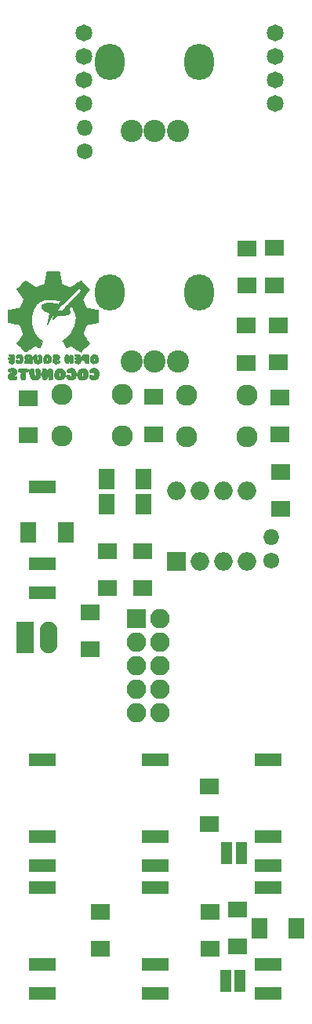
<source format=gbr>
G04 #@! TF.GenerationSoftware,KiCad,Pcbnew,5.1.2-f72e74a~84~ubuntu16.04.1*
G04 #@! TF.CreationDate,2019-05-08T01:02:17+08:00*
G04 #@! TF.ProjectId,8Bit_EuroRack_7hp,38426974-5f45-4757-926f-5261636b5f37,rev?*
G04 #@! TF.SameCoordinates,Original*
G04 #@! TF.FileFunction,Soldermask,Bot*
G04 #@! TF.FilePolarity,Negative*
%FSLAX46Y46*%
G04 Gerber Fmt 4.6, Leading zero omitted, Abs format (unit mm)*
G04 Created by KiCad (PCBNEW 5.1.2-f72e74a~84~ubuntu16.04.1) date 2019-05-08 01:02:17*
%MOMM*%
%LPD*%
G04 APERTURE LIST*
%ADD10C,0.010000*%
%ADD11O,1.910000X3.410000*%
%ADD12R,1.910000X3.410000*%
%ADD13C,1.720000*%
%ADD14O,1.720000X1.720000*%
%ADD15R,1.800000X2.200000*%
%ADD16R,2.900000X1.400000*%
%ADD17C,2.279600*%
%ADD18C,2.400000*%
%ADD19O,3.200000X3.900000*%
%ADD20R,2.100000X1.700000*%
%ADD21R,1.200000X2.400000*%
%ADD22O,2.100000X2.100000*%
%ADD23R,2.100000X2.100000*%
%ADD24C,1.820000*%
%ADD25O,2.000000X2.000000*%
%ADD26R,2.000000X2.000000*%
G04 APERTURE END LIST*
D10*
G36*
X51729355Y-78639298D02*
G01*
X51725703Y-78641964D01*
X51708753Y-78656539D01*
X51711778Y-78667678D01*
X51726450Y-78679660D01*
X51753200Y-78696637D01*
X51766666Y-78693382D01*
X51770831Y-78668297D01*
X51770900Y-78661800D01*
X51767473Y-78632427D01*
X51754814Y-78625449D01*
X51729355Y-78639298D01*
X51729355Y-78639298D01*
G37*
X51729355Y-78639298D02*
X51725703Y-78641964D01*
X51708753Y-78656539D01*
X51711778Y-78667678D01*
X51726450Y-78679660D01*
X51753200Y-78696637D01*
X51766666Y-78693382D01*
X51770831Y-78668297D01*
X51770900Y-78661800D01*
X51767473Y-78632427D01*
X51754814Y-78625449D01*
X51729355Y-78639298D01*
G36*
X50589398Y-71156171D02*
G01*
X50467327Y-71156428D01*
X50366498Y-71156934D01*
X50284832Y-71157751D01*
X50220249Y-71158943D01*
X50170670Y-71160572D01*
X50134017Y-71162702D01*
X50108210Y-71165395D01*
X50091171Y-71168715D01*
X50080820Y-71172724D01*
X50076358Y-71176057D01*
X50060575Y-71192679D01*
X50056300Y-71198282D01*
X50053971Y-71210816D01*
X50047326Y-71245935D01*
X50036814Y-71301275D01*
X50022887Y-71374472D01*
X50005993Y-71463162D01*
X49986583Y-71564982D01*
X49965106Y-71677566D01*
X49942015Y-71798553D01*
X49936163Y-71829200D01*
X49908201Y-71974981D01*
X49884351Y-72097689D01*
X49864185Y-72199241D01*
X49847275Y-72281555D01*
X49833192Y-72346548D01*
X49821510Y-72396139D01*
X49811801Y-72432245D01*
X49803636Y-72456783D01*
X49796587Y-72471671D01*
X49791392Y-72477982D01*
X49774226Y-72487199D01*
X49736249Y-72504577D01*
X49680268Y-72528928D01*
X49609089Y-72559063D01*
X49525518Y-72593795D01*
X49432362Y-72631935D01*
X49332427Y-72672296D01*
X49331778Y-72672557D01*
X49209982Y-72721109D01*
X49109748Y-72760350D01*
X49029269Y-72790924D01*
X48966738Y-72813471D01*
X48920348Y-72828636D01*
X48888293Y-72837060D01*
X48868765Y-72839386D01*
X48864310Y-72838820D01*
X48835506Y-72826768D01*
X48797398Y-72804864D01*
X48774136Y-72789171D01*
X48720478Y-72751188D01*
X48654015Y-72705197D01*
X48577236Y-72652831D01*
X48492630Y-72595726D01*
X48402687Y-72535518D01*
X48309895Y-72473841D01*
X48216745Y-72412330D01*
X48125725Y-72352622D01*
X48039324Y-72296350D01*
X47960033Y-72245151D01*
X47890341Y-72200659D01*
X47832736Y-72164510D01*
X47789708Y-72138339D01*
X47763746Y-72123780D01*
X47757408Y-72121300D01*
X47741752Y-72129642D01*
X47709982Y-72154826D01*
X47661847Y-72197083D01*
X47597095Y-72256645D01*
X47515474Y-72333744D01*
X47416731Y-72428613D01*
X47300616Y-72541484D01*
X47285832Y-72555927D01*
X47197304Y-72642663D01*
X47114174Y-72724506D01*
X47038249Y-72799652D01*
X46971334Y-72866293D01*
X46915235Y-72922624D01*
X46871758Y-72966840D01*
X46842707Y-72997135D01*
X46829890Y-73011703D01*
X46829580Y-73012207D01*
X46823757Y-73041565D01*
X46826431Y-73055851D01*
X46835211Y-73070393D01*
X46857134Y-73103614D01*
X46890751Y-73153401D01*
X46934614Y-73217643D01*
X46987276Y-73294225D01*
X47047287Y-73381038D01*
X47113199Y-73475967D01*
X47183565Y-73576900D01*
X47188335Y-73583728D01*
X47275655Y-73709116D01*
X47348914Y-73815268D01*
X47408972Y-73903502D01*
X47456687Y-73975138D01*
X47492919Y-74031494D01*
X47518528Y-74073889D01*
X47534374Y-74103642D01*
X47541315Y-74122072D01*
X47541800Y-74126108D01*
X47536817Y-74145222D01*
X47522782Y-74184295D01*
X47501071Y-74240128D01*
X47473060Y-74309517D01*
X47440125Y-74389263D01*
X47403639Y-74476163D01*
X47364979Y-74567016D01*
X47325520Y-74658621D01*
X47286637Y-74747776D01*
X47249706Y-74831281D01*
X47216101Y-74905933D01*
X47187198Y-74968531D01*
X47164373Y-75015874D01*
X47149001Y-75044761D01*
X47144190Y-75051653D01*
X47127723Y-75057942D01*
X47087816Y-75068161D01*
X47026071Y-75081982D01*
X46944088Y-75099077D01*
X46843467Y-75119117D01*
X46725811Y-75141774D01*
X46592718Y-75166718D01*
X46505500Y-75182759D01*
X46362581Y-75208968D01*
X46242634Y-75231225D01*
X46143613Y-75249975D01*
X46063475Y-75265664D01*
X46000174Y-75278738D01*
X45951666Y-75289643D01*
X45915905Y-75298826D01*
X45890848Y-75306732D01*
X45874450Y-75313808D01*
X45864665Y-75320498D01*
X45862225Y-75323069D01*
X45857104Y-75330786D01*
X45852830Y-75341936D01*
X45849329Y-75358709D01*
X45846524Y-75383295D01*
X45844340Y-75417883D01*
X45842699Y-75464663D01*
X45841527Y-75525825D01*
X45840747Y-75603556D01*
X45840284Y-75700049D01*
X45840060Y-75817490D01*
X45840001Y-75958072D01*
X45840000Y-75963050D01*
X45840053Y-76104309D01*
X45840262Y-76222366D01*
X45840704Y-76319418D01*
X45841458Y-76397661D01*
X45842601Y-76459294D01*
X45844211Y-76506513D01*
X45846365Y-76541515D01*
X45849140Y-76566498D01*
X45852615Y-76583659D01*
X45856866Y-76595195D01*
X45861971Y-76603303D01*
X45862624Y-76604124D01*
X45870114Y-76611004D01*
X45882594Y-76617884D01*
X45902167Y-76625228D01*
X45930935Y-76633498D01*
X45970998Y-76643157D01*
X46024459Y-76654668D01*
X46093419Y-76668494D01*
X46179981Y-76685098D01*
X46286245Y-76704941D01*
X46414314Y-76728487D01*
X46491310Y-76742546D01*
X46647204Y-76771287D01*
X46781881Y-76796795D01*
X46894706Y-76818937D01*
X46985042Y-76837582D01*
X47052254Y-76852599D01*
X47095705Y-76863856D01*
X47114759Y-76871221D01*
X47115164Y-76871589D01*
X47123701Y-76887116D01*
X47140564Y-76923602D01*
X47164638Y-76978427D01*
X47194805Y-77048970D01*
X47229948Y-77132610D01*
X47268952Y-77226729D01*
X47310698Y-77328705D01*
X47325176Y-77364351D01*
X47378615Y-77497066D01*
X47422318Y-77607596D01*
X47456687Y-77697045D01*
X47482127Y-77766516D01*
X47499042Y-77817110D01*
X47507837Y-77849933D01*
X47508942Y-77866001D01*
X47500107Y-77881866D01*
X47478205Y-77916297D01*
X47444742Y-77967058D01*
X47401226Y-78031912D01*
X47349165Y-78108624D01*
X47290066Y-78194957D01*
X47225437Y-78288676D01*
X47173629Y-78363350D01*
X47105588Y-78461327D01*
X47041666Y-78553681D01*
X46983407Y-78638160D01*
X46932354Y-78712510D01*
X46890051Y-78774481D01*
X46858041Y-78821818D01*
X46837868Y-78852270D01*
X46831433Y-78862676D01*
X46822765Y-78890544D01*
X46832562Y-78917139D01*
X46834940Y-78920864D01*
X46847623Y-78935359D01*
X46876633Y-78965705D01*
X46920101Y-79010027D01*
X46976160Y-79066454D01*
X47042940Y-79133114D01*
X47118572Y-79208134D01*
X47201190Y-79289640D01*
X47287161Y-79374037D01*
X47394238Y-79478582D01*
X47484725Y-79566189D01*
X47559873Y-79638004D01*
X47620931Y-79695167D01*
X47669149Y-79738823D01*
X47705779Y-79770115D01*
X47732070Y-79790185D01*
X47749273Y-79800178D01*
X47754994Y-79801766D01*
X47767926Y-79799566D01*
X47789358Y-79790531D01*
X47820882Y-79773665D01*
X47864085Y-79747976D01*
X47920558Y-79712468D01*
X47991892Y-79666147D01*
X48079675Y-79608019D01*
X48185497Y-79537090D01*
X48277885Y-79474741D01*
X48384519Y-79403032D01*
X48483033Y-79337588D01*
X48571503Y-79279639D01*
X48648006Y-79230413D01*
X48710620Y-79191139D01*
X48757420Y-79163044D01*
X48786485Y-79147359D01*
X48794932Y-79144400D01*
X48814786Y-79150177D01*
X48852908Y-79166254D01*
X48905277Y-79190749D01*
X48967874Y-79221778D01*
X49036678Y-79257459D01*
X49039018Y-79258700D01*
X49108162Y-79294539D01*
X49171451Y-79325777D01*
X49224809Y-79350525D01*
X49264158Y-79366893D01*
X49285423Y-79372995D01*
X49285716Y-79373000D01*
X49294072Y-79373361D01*
X49301127Y-79372968D01*
X49307963Y-79369601D01*
X49315659Y-79361044D01*
X49325294Y-79345077D01*
X49337949Y-79319484D01*
X49354703Y-79282045D01*
X49376635Y-79230544D01*
X49404827Y-79162763D01*
X49440357Y-79076482D01*
X49484305Y-78969485D01*
X49495928Y-78941200D01*
X49608156Y-78668150D01*
X49511603Y-78606307D01*
X49338097Y-78484751D01*
X49182619Y-78353060D01*
X49042897Y-78208526D01*
X48916659Y-78048440D01*
X48801633Y-77870096D01*
X48695549Y-77670786D01*
X48655965Y-77586471D01*
X48617440Y-77500710D01*
X48587366Y-77430682D01*
X48563450Y-77369652D01*
X48543397Y-77310886D01*
X48524914Y-77247649D01*
X48505707Y-77173206D01*
X48483481Y-77080823D01*
X48482925Y-77078471D01*
X48461165Y-76984942D01*
X48444681Y-76909082D01*
X48432443Y-76843958D01*
X48423416Y-76782635D01*
X48416570Y-76718179D01*
X48410872Y-76643657D01*
X48405740Y-76559950D01*
X48400836Y-76469213D01*
X48397944Y-76395074D01*
X48397228Y-76330386D01*
X48398855Y-76268003D01*
X48402990Y-76200778D01*
X48409800Y-76121564D01*
X48417837Y-76039250D01*
X48430106Y-75922479D01*
X48441843Y-75825529D01*
X48454130Y-75742872D01*
X48468045Y-75668980D01*
X48484670Y-75598325D01*
X48505083Y-75525379D01*
X48530365Y-75444614D01*
X48539418Y-75416950D01*
X48583338Y-75291279D01*
X48627480Y-75182650D01*
X48675806Y-75082979D01*
X48732280Y-74984186D01*
X48800865Y-74878187D01*
X48810624Y-74863828D01*
X48862157Y-74790104D01*
X48906819Y-74731268D01*
X48950691Y-74680358D01*
X48999852Y-74630413D01*
X49060383Y-74574470D01*
X49073974Y-74562319D01*
X49134106Y-74509700D01*
X49184331Y-74468792D01*
X49231488Y-74434998D01*
X49282417Y-74403721D01*
X49343956Y-74370364D01*
X49408052Y-74337774D01*
X49482059Y-74301398D01*
X49543554Y-74273353D01*
X49599959Y-74250948D01*
X49658694Y-74231496D01*
X49727178Y-74212308D01*
X49812832Y-74190695D01*
X49816359Y-74189831D01*
X50037350Y-74135701D01*
X50354850Y-74135107D01*
X50457503Y-74135247D01*
X50545389Y-74136426D01*
X50623289Y-74139159D01*
X50695982Y-74143956D01*
X50768249Y-74151331D01*
X50844870Y-74161797D01*
X50930623Y-74175865D01*
X51030290Y-74194050D01*
X51148651Y-74216863D01*
X51186700Y-74224328D01*
X51285486Y-74244509D01*
X51372312Y-74263733D01*
X51444299Y-74281277D01*
X51498566Y-74296417D01*
X51532234Y-74308429D01*
X51540863Y-74313382D01*
X51535521Y-74324612D01*
X51516388Y-74351822D01*
X51486111Y-74391629D01*
X51447338Y-74440651D01*
X51402717Y-74495505D01*
X51354895Y-74552809D01*
X51336847Y-74574039D01*
X51275748Y-74645529D01*
X51189949Y-74627442D01*
X51047097Y-74598786D01*
X50920351Y-74576998D01*
X50801882Y-74561257D01*
X50683861Y-74550742D01*
X50558456Y-74544634D01*
X50417839Y-74542111D01*
X50373900Y-74541935D01*
X50273776Y-74541885D01*
X50194678Y-74542308D01*
X50132234Y-74543532D01*
X50082071Y-74545884D01*
X50039817Y-74549694D01*
X50001098Y-74555289D01*
X49961542Y-74562997D01*
X49916777Y-74573148D01*
X49897650Y-74577675D01*
X49769730Y-74613673D01*
X49665844Y-74655415D01*
X49585133Y-74703585D01*
X49526742Y-74758868D01*
X49489813Y-74821946D01*
X49473488Y-74893504D01*
X49472479Y-74916924D01*
X49477073Y-74966085D01*
X49488822Y-75014708D01*
X49492611Y-75024874D01*
X49533612Y-75097633D01*
X49596962Y-75174511D01*
X49680367Y-75253470D01*
X49781533Y-75332470D01*
X49898166Y-75409473D01*
X49976413Y-75454861D01*
X50017068Y-75475823D01*
X50073118Y-75502774D01*
X50137773Y-75532659D01*
X50204246Y-75562420D01*
X50265750Y-75589000D01*
X50315498Y-75609343D01*
X50337631Y-75617541D01*
X50342790Y-75618614D01*
X50347159Y-75619429D01*
X50350377Y-75621947D01*
X50352083Y-75628129D01*
X50351916Y-75639936D01*
X50349516Y-75659327D01*
X50344521Y-75688265D01*
X50336571Y-75728709D01*
X50325305Y-75782621D01*
X50310361Y-75851961D01*
X50291380Y-75938690D01*
X50268001Y-76044769D01*
X50239862Y-76172158D01*
X50214064Y-76288996D01*
X50188997Y-76402975D01*
X50165716Y-76509570D01*
X50144779Y-76606166D01*
X50126747Y-76690144D01*
X50112179Y-76758889D01*
X50101636Y-76809785D01*
X50095676Y-76840214D01*
X50094525Y-76847796D01*
X50095830Y-76850586D01*
X50100333Y-76847132D01*
X50108941Y-76835931D01*
X50122559Y-76815484D01*
X50142093Y-76784289D01*
X50168449Y-76740844D01*
X50202533Y-76683648D01*
X50245251Y-76611201D01*
X50297509Y-76522000D01*
X50360212Y-76414545D01*
X50434266Y-76287334D01*
X50475137Y-76217050D01*
X50531566Y-76120116D01*
X50584210Y-76029937D01*
X50631663Y-75948902D01*
X50672521Y-75879400D01*
X50705377Y-75823821D01*
X50728825Y-75784554D01*
X50741459Y-75763987D01*
X50743112Y-75761596D01*
X50761209Y-75757043D01*
X50783588Y-75761596D01*
X50814497Y-75772550D01*
X50759948Y-76013850D01*
X50742928Y-76090699D01*
X50728063Y-76160802D01*
X50716242Y-76219723D01*
X50708351Y-76263027D01*
X50705280Y-76286278D01*
X50705268Y-76286900D01*
X50707841Y-76293943D01*
X50716822Y-76292235D01*
X50733969Y-76280198D01*
X50761041Y-76256257D01*
X50799795Y-76218834D01*
X50851991Y-76166354D01*
X50919386Y-76097240D01*
X50936394Y-76079680D01*
X51167650Y-75840711D01*
X51472450Y-75855337D01*
X51571238Y-75859900D01*
X51650041Y-75862892D01*
X51714233Y-75864181D01*
X51769190Y-75863640D01*
X51820285Y-75861138D01*
X51872892Y-75856545D01*
X51932387Y-75849731D01*
X51985852Y-75842945D01*
X52067170Y-75831979D01*
X52129755Y-75822055D01*
X52180132Y-75811551D01*
X52224829Y-75798845D01*
X52270371Y-75782315D01*
X52323284Y-75760339D01*
X52330212Y-75757356D01*
X52465972Y-75698786D01*
X52518486Y-75613684D01*
X52553654Y-75545615D01*
X52569812Y-75482863D01*
X52566360Y-75421403D01*
X52542700Y-75357207D01*
X52498229Y-75286250D01*
X52462891Y-75240687D01*
X52432071Y-75201837D01*
X52415587Y-75176458D01*
X52411000Y-75158949D01*
X52415866Y-75143713D01*
X52418593Y-75139087D01*
X52439458Y-75108920D01*
X52469939Y-75069006D01*
X52506409Y-75023624D01*
X52545238Y-74977057D01*
X52582799Y-74933582D01*
X52615463Y-74897481D01*
X52639602Y-74873033D01*
X52651367Y-74864500D01*
X52670664Y-74874234D01*
X52701718Y-74901149D01*
X52741442Y-74941812D01*
X52786750Y-74992791D01*
X52834557Y-75050652D01*
X52881779Y-75111964D01*
X52913721Y-75156372D01*
X53015774Y-75324935D01*
X53094705Y-75503993D01*
X53150448Y-75693387D01*
X53166912Y-75775871D01*
X53177710Y-75841896D01*
X53185244Y-75899178D01*
X53189902Y-75954450D01*
X53192070Y-76014445D01*
X53192138Y-76085896D01*
X53190494Y-76175535D01*
X53190334Y-76182271D01*
X53187396Y-76278552D01*
X53183269Y-76356512D01*
X53177235Y-76423224D01*
X53168579Y-76485765D01*
X53156583Y-76551207D01*
X53149509Y-76585350D01*
X53113938Y-76740523D01*
X53076101Y-76879142D01*
X53033105Y-77010045D01*
X52982059Y-77142071D01*
X52923060Y-77277500D01*
X52811779Y-77501857D01*
X52689300Y-77708650D01*
X52553246Y-77900700D01*
X52401240Y-78080832D01*
X52230906Y-78251868D01*
X52039867Y-78416632D01*
X51832188Y-78573373D01*
X51834233Y-78586452D01*
X51845035Y-78619514D01*
X51863228Y-78669245D01*
X51887446Y-78732334D01*
X51916322Y-78805468D01*
X51948490Y-78885332D01*
X51982584Y-78968616D01*
X52017238Y-79052006D01*
X52051086Y-79132189D01*
X52082762Y-79205852D01*
X52110899Y-79269683D01*
X52134131Y-79320369D01*
X52151092Y-79354597D01*
X52160281Y-79368956D01*
X52167980Y-79374694D01*
X52175960Y-79377902D01*
X52187221Y-79377332D01*
X52204766Y-79371737D01*
X52231597Y-79359869D01*
X52270713Y-79340481D01*
X52325118Y-79312327D01*
X52397813Y-79274157D01*
X52433219Y-79255525D01*
X52501484Y-79220358D01*
X52563594Y-79189771D01*
X52615484Y-79165656D01*
X52653087Y-79149903D01*
X52672150Y-79144400D01*
X52688075Y-79151331D01*
X52722760Y-79171186D01*
X52773993Y-79202552D01*
X52839566Y-79244018D01*
X52917269Y-79294172D01*
X53004891Y-79351604D01*
X53100223Y-79414901D01*
X53189132Y-79474600D01*
X53314295Y-79558612D01*
X53423957Y-79631262D01*
X53517252Y-79691998D01*
X53593311Y-79740271D01*
X53651266Y-79775529D01*
X53690248Y-79797220D01*
X53709390Y-79804796D01*
X53709588Y-79804800D01*
X53721336Y-79800636D01*
X53741171Y-79787382D01*
X53770344Y-79763895D01*
X53810103Y-79729030D01*
X53861697Y-79681644D01*
X53926376Y-79620593D01*
X54005388Y-79544733D01*
X54099982Y-79452920D01*
X54191538Y-79363475D01*
X54293990Y-79263062D01*
X54379680Y-79178771D01*
X54450070Y-79109028D01*
X54506624Y-79052264D01*
X54550802Y-79006905D01*
X54584069Y-78971381D01*
X54607887Y-78944119D01*
X54623718Y-78923549D01*
X54633024Y-78908099D01*
X54637269Y-78896196D01*
X54637915Y-78886270D01*
X54637702Y-78884050D01*
X54628903Y-78863108D01*
X54605344Y-78822304D01*
X54567384Y-78762183D01*
X54515383Y-78683294D01*
X54449700Y-78586182D01*
X54370695Y-78471395D01*
X54294216Y-78361597D01*
X54225271Y-78262542D01*
X54161032Y-78169239D01*
X54102946Y-78083860D01*
X54052456Y-78008576D01*
X54011009Y-77945559D01*
X53980051Y-77896983D01*
X53961026Y-77865018D01*
X53955300Y-77852267D01*
X53959958Y-77835511D01*
X53973092Y-77798418D01*
X53993447Y-77744112D01*
X54019766Y-77675718D01*
X54050794Y-77596358D01*
X54085275Y-77509158D01*
X54121951Y-77417241D01*
X54159568Y-77323731D01*
X54196869Y-77231753D01*
X54232598Y-77144430D01*
X54265499Y-77064887D01*
X54294316Y-76996247D01*
X54317792Y-76941636D01*
X54334671Y-76904176D01*
X54343034Y-76887938D01*
X54366118Y-76863539D01*
X54385164Y-76852664D01*
X54402254Y-76848882D01*
X54441759Y-76841046D01*
X54501105Y-76829641D01*
X54577716Y-76815151D01*
X54669016Y-76798062D01*
X54772431Y-76778858D01*
X54885384Y-76758023D01*
X54996727Y-76737608D01*
X55115982Y-76715572D01*
X55227852Y-76694450D01*
X55329795Y-76674754D01*
X55419274Y-76656996D01*
X55493749Y-76641688D01*
X55550679Y-76629340D01*
X55587526Y-76620465D01*
X55601574Y-76615752D01*
X55605723Y-76599900D01*
X55609374Y-76561618D01*
X55612525Y-76503871D01*
X55615175Y-76429624D01*
X55617320Y-76341842D01*
X55618959Y-76243488D01*
X55620090Y-76137528D01*
X55620712Y-76026926D01*
X55620821Y-75914647D01*
X55620417Y-75803655D01*
X55619496Y-75696914D01*
X55618058Y-75597390D01*
X55616100Y-75508047D01*
X55613619Y-75431850D01*
X55610615Y-75371762D01*
X55607085Y-75330750D01*
X55603028Y-75311776D01*
X55602453Y-75311077D01*
X55586958Y-75306089D01*
X55548975Y-75297128D01*
X55491017Y-75284698D01*
X55415599Y-75269302D01*
X55325234Y-75251446D01*
X55222437Y-75231633D01*
X55109721Y-75210367D01*
X54989678Y-75188168D01*
X54845865Y-75161848D01*
X54724975Y-75139711D01*
X54624956Y-75121315D01*
X54543756Y-75106221D01*
X54479323Y-75093987D01*
X54429605Y-75084175D01*
X54392549Y-75076342D01*
X54366102Y-75070048D01*
X54348213Y-75064853D01*
X54336830Y-75060317D01*
X54329900Y-75055999D01*
X54325371Y-75051458D01*
X54321191Y-75046254D01*
X54319553Y-75044332D01*
X54310434Y-75028237D01*
X54292510Y-74991501D01*
X54267003Y-74936816D01*
X54235141Y-74866876D01*
X54198148Y-74784374D01*
X54157250Y-74692004D01*
X54113672Y-74592457D01*
X54107709Y-74578750D01*
X54057422Y-74462685D01*
X54016661Y-74367579D01*
X53984579Y-74291206D01*
X53960329Y-74231339D01*
X53943065Y-74185752D01*
X53931940Y-74152218D01*
X53926108Y-74128510D01*
X53924720Y-74112402D01*
X53926597Y-74102500D01*
X53936184Y-74085919D01*
X53958934Y-74050778D01*
X53993357Y-73999261D01*
X54037962Y-73933553D01*
X54091256Y-73855840D01*
X54151749Y-73768307D01*
X54217950Y-73673138D01*
X54286310Y-73575450D01*
X54370720Y-73454832D01*
X54441277Y-73353200D01*
X54499017Y-73268960D01*
X54544976Y-73200519D01*
X54576495Y-73151972D01*
X53778247Y-73151972D01*
X53717549Y-73218341D01*
X53672991Y-73266730D01*
X53615247Y-73328904D01*
X53545626Y-73403483D01*
X53465439Y-73489086D01*
X53375995Y-73584331D01*
X53278604Y-73687837D01*
X53174576Y-73798223D01*
X53065221Y-73914106D01*
X52951849Y-74034106D01*
X52835769Y-74156842D01*
X52718292Y-74280932D01*
X52600727Y-74404994D01*
X52484385Y-74527648D01*
X52370574Y-74647512D01*
X52260606Y-74763204D01*
X52155789Y-74873343D01*
X52057434Y-74976549D01*
X51966851Y-75071439D01*
X51885349Y-75156632D01*
X51814239Y-75230747D01*
X51754829Y-75292403D01*
X51708431Y-75340217D01*
X51676354Y-75372809D01*
X51659908Y-75388798D01*
X51658058Y-75390226D01*
X51629934Y-75394037D01*
X51584350Y-75395296D01*
X51528086Y-75394348D01*
X51467920Y-75391541D01*
X51410634Y-75387221D01*
X51363007Y-75381733D01*
X51331819Y-75375426D01*
X51326400Y-75373281D01*
X51280956Y-75342427D01*
X51237758Y-75301474D01*
X51207014Y-75260193D01*
X51205704Y-75257759D01*
X51203534Y-75252805D01*
X51202787Y-75247181D01*
X51204375Y-75239956D01*
X51209213Y-75230197D01*
X51218214Y-75216972D01*
X51232290Y-75199350D01*
X51252356Y-75176398D01*
X51279324Y-75147185D01*
X51314108Y-75110778D01*
X51357622Y-75066245D01*
X51410777Y-75012655D01*
X51474489Y-74949076D01*
X51549669Y-74874575D01*
X51637232Y-74788220D01*
X51738090Y-74689081D01*
X51853157Y-74576223D01*
X51983347Y-74448717D01*
X52129572Y-74305629D01*
X52292746Y-74146028D01*
X52350691Y-74089359D01*
X52494508Y-73948793D01*
X52633367Y-73813231D01*
X52766183Y-73683725D01*
X52891869Y-73561327D01*
X53009339Y-73447091D01*
X53117507Y-73342068D01*
X53215286Y-73247311D01*
X53301590Y-73163874D01*
X53375333Y-73092808D01*
X53435427Y-73035167D01*
X53480788Y-72992002D01*
X53510328Y-72964367D01*
X53522961Y-72953314D01*
X53523314Y-72953150D01*
X53536776Y-72960748D01*
X53565626Y-72981473D01*
X53605715Y-73012220D01*
X53652894Y-73049885D01*
X53656184Y-73052561D01*
X53778247Y-73151972D01*
X54576495Y-73151972D01*
X54580189Y-73146284D01*
X54605694Y-73104662D01*
X54622527Y-73074060D01*
X54631723Y-73052884D01*
X54634329Y-73040400D01*
X54632994Y-73029884D01*
X54627801Y-73017079D01*
X54617289Y-73000411D01*
X54599992Y-72978308D01*
X54574446Y-72949197D01*
X54539189Y-72911508D01*
X54492756Y-72863666D01*
X54433683Y-72804100D01*
X54360507Y-72731237D01*
X54271763Y-72643506D01*
X54187982Y-72560975D01*
X54077550Y-72452643D01*
X53983839Y-72361503D01*
X53905804Y-72286590D01*
X53842403Y-72226941D01*
X53792591Y-72181593D01*
X53755326Y-72149582D01*
X53729562Y-72129946D01*
X53714257Y-72121719D01*
X53711732Y-72121329D01*
X53694723Y-72128413D01*
X53658384Y-72148996D01*
X53604251Y-72182095D01*
X53533860Y-72226726D01*
X53448749Y-72281908D01*
X53350453Y-72346656D01*
X53240508Y-72419988D01*
X53155200Y-72477413D01*
X53051065Y-72547528D01*
X52952631Y-72613351D01*
X52862028Y-72673491D01*
X52781385Y-72726554D01*
X52712833Y-72771149D01*
X52658499Y-72805883D01*
X52620515Y-72829364D01*
X52601009Y-72840198D01*
X52599608Y-72840702D01*
X52579694Y-72838043D01*
X52539758Y-72826463D01*
X52483026Y-72807271D01*
X52412725Y-72781775D01*
X52332081Y-72751285D01*
X52244321Y-72717108D01*
X52152673Y-72680553D01*
X52060361Y-72642929D01*
X51970614Y-72605545D01*
X51886658Y-72569709D01*
X51811719Y-72536729D01*
X51749025Y-72507914D01*
X51701801Y-72484574D01*
X51673275Y-72468015D01*
X51666814Y-72462401D01*
X51658632Y-72441387D01*
X51646422Y-72395595D01*
X51630247Y-72325317D01*
X51610170Y-72230845D01*
X51586251Y-72112469D01*
X51558553Y-71970482D01*
X51529269Y-71816500D01*
X51498024Y-71652291D01*
X51470641Y-71512125D01*
X51447157Y-71396175D01*
X51427609Y-71304613D01*
X51412035Y-71237612D01*
X51400470Y-71195346D01*
X51393290Y-71178325D01*
X51387337Y-71173303D01*
X51377892Y-71169096D01*
X51362836Y-71165632D01*
X51340049Y-71162841D01*
X51307411Y-71160649D01*
X51262804Y-71158987D01*
X51204107Y-71157782D01*
X51129200Y-71156963D01*
X51035965Y-71156458D01*
X50922282Y-71156195D01*
X50786031Y-71156104D01*
X50734789Y-71156100D01*
X50589398Y-71156171D01*
X50589398Y-71156171D01*
G37*
X50589398Y-71156171D02*
X50467327Y-71156428D01*
X50366498Y-71156934D01*
X50284832Y-71157751D01*
X50220249Y-71158943D01*
X50170670Y-71160572D01*
X50134017Y-71162702D01*
X50108210Y-71165395D01*
X50091171Y-71168715D01*
X50080820Y-71172724D01*
X50076358Y-71176057D01*
X50060575Y-71192679D01*
X50056300Y-71198282D01*
X50053971Y-71210816D01*
X50047326Y-71245935D01*
X50036814Y-71301275D01*
X50022887Y-71374472D01*
X50005993Y-71463162D01*
X49986583Y-71564982D01*
X49965106Y-71677566D01*
X49942015Y-71798553D01*
X49936163Y-71829200D01*
X49908201Y-71974981D01*
X49884351Y-72097689D01*
X49864185Y-72199241D01*
X49847275Y-72281555D01*
X49833192Y-72346548D01*
X49821510Y-72396139D01*
X49811801Y-72432245D01*
X49803636Y-72456783D01*
X49796587Y-72471671D01*
X49791392Y-72477982D01*
X49774226Y-72487199D01*
X49736249Y-72504577D01*
X49680268Y-72528928D01*
X49609089Y-72559063D01*
X49525518Y-72593795D01*
X49432362Y-72631935D01*
X49332427Y-72672296D01*
X49331778Y-72672557D01*
X49209982Y-72721109D01*
X49109748Y-72760350D01*
X49029269Y-72790924D01*
X48966738Y-72813471D01*
X48920348Y-72828636D01*
X48888293Y-72837060D01*
X48868765Y-72839386D01*
X48864310Y-72838820D01*
X48835506Y-72826768D01*
X48797398Y-72804864D01*
X48774136Y-72789171D01*
X48720478Y-72751188D01*
X48654015Y-72705197D01*
X48577236Y-72652831D01*
X48492630Y-72595726D01*
X48402687Y-72535518D01*
X48309895Y-72473841D01*
X48216745Y-72412330D01*
X48125725Y-72352622D01*
X48039324Y-72296350D01*
X47960033Y-72245151D01*
X47890341Y-72200659D01*
X47832736Y-72164510D01*
X47789708Y-72138339D01*
X47763746Y-72123780D01*
X47757408Y-72121300D01*
X47741752Y-72129642D01*
X47709982Y-72154826D01*
X47661847Y-72197083D01*
X47597095Y-72256645D01*
X47515474Y-72333744D01*
X47416731Y-72428613D01*
X47300616Y-72541484D01*
X47285832Y-72555927D01*
X47197304Y-72642663D01*
X47114174Y-72724506D01*
X47038249Y-72799652D01*
X46971334Y-72866293D01*
X46915235Y-72922624D01*
X46871758Y-72966840D01*
X46842707Y-72997135D01*
X46829890Y-73011703D01*
X46829580Y-73012207D01*
X46823757Y-73041565D01*
X46826431Y-73055851D01*
X46835211Y-73070393D01*
X46857134Y-73103614D01*
X46890751Y-73153401D01*
X46934614Y-73217643D01*
X46987276Y-73294225D01*
X47047287Y-73381038D01*
X47113199Y-73475967D01*
X47183565Y-73576900D01*
X47188335Y-73583728D01*
X47275655Y-73709116D01*
X47348914Y-73815268D01*
X47408972Y-73903502D01*
X47456687Y-73975138D01*
X47492919Y-74031494D01*
X47518528Y-74073889D01*
X47534374Y-74103642D01*
X47541315Y-74122072D01*
X47541800Y-74126108D01*
X47536817Y-74145222D01*
X47522782Y-74184295D01*
X47501071Y-74240128D01*
X47473060Y-74309517D01*
X47440125Y-74389263D01*
X47403639Y-74476163D01*
X47364979Y-74567016D01*
X47325520Y-74658621D01*
X47286637Y-74747776D01*
X47249706Y-74831281D01*
X47216101Y-74905933D01*
X47187198Y-74968531D01*
X47164373Y-75015874D01*
X47149001Y-75044761D01*
X47144190Y-75051653D01*
X47127723Y-75057942D01*
X47087816Y-75068161D01*
X47026071Y-75081982D01*
X46944088Y-75099077D01*
X46843467Y-75119117D01*
X46725811Y-75141774D01*
X46592718Y-75166718D01*
X46505500Y-75182759D01*
X46362581Y-75208968D01*
X46242634Y-75231225D01*
X46143613Y-75249975D01*
X46063475Y-75265664D01*
X46000174Y-75278738D01*
X45951666Y-75289643D01*
X45915905Y-75298826D01*
X45890848Y-75306732D01*
X45874450Y-75313808D01*
X45864665Y-75320498D01*
X45862225Y-75323069D01*
X45857104Y-75330786D01*
X45852830Y-75341936D01*
X45849329Y-75358709D01*
X45846524Y-75383295D01*
X45844340Y-75417883D01*
X45842699Y-75464663D01*
X45841527Y-75525825D01*
X45840747Y-75603556D01*
X45840284Y-75700049D01*
X45840060Y-75817490D01*
X45840001Y-75958072D01*
X45840000Y-75963050D01*
X45840053Y-76104309D01*
X45840262Y-76222366D01*
X45840704Y-76319418D01*
X45841458Y-76397661D01*
X45842601Y-76459294D01*
X45844211Y-76506513D01*
X45846365Y-76541515D01*
X45849140Y-76566498D01*
X45852615Y-76583659D01*
X45856866Y-76595195D01*
X45861971Y-76603303D01*
X45862624Y-76604124D01*
X45870114Y-76611004D01*
X45882594Y-76617884D01*
X45902167Y-76625228D01*
X45930935Y-76633498D01*
X45970998Y-76643157D01*
X46024459Y-76654668D01*
X46093419Y-76668494D01*
X46179981Y-76685098D01*
X46286245Y-76704941D01*
X46414314Y-76728487D01*
X46491310Y-76742546D01*
X46647204Y-76771287D01*
X46781881Y-76796795D01*
X46894706Y-76818937D01*
X46985042Y-76837582D01*
X47052254Y-76852599D01*
X47095705Y-76863856D01*
X47114759Y-76871221D01*
X47115164Y-76871589D01*
X47123701Y-76887116D01*
X47140564Y-76923602D01*
X47164638Y-76978427D01*
X47194805Y-77048970D01*
X47229948Y-77132610D01*
X47268952Y-77226729D01*
X47310698Y-77328705D01*
X47325176Y-77364351D01*
X47378615Y-77497066D01*
X47422318Y-77607596D01*
X47456687Y-77697045D01*
X47482127Y-77766516D01*
X47499042Y-77817110D01*
X47507837Y-77849933D01*
X47508942Y-77866001D01*
X47500107Y-77881866D01*
X47478205Y-77916297D01*
X47444742Y-77967058D01*
X47401226Y-78031912D01*
X47349165Y-78108624D01*
X47290066Y-78194957D01*
X47225437Y-78288676D01*
X47173629Y-78363350D01*
X47105588Y-78461327D01*
X47041666Y-78553681D01*
X46983407Y-78638160D01*
X46932354Y-78712510D01*
X46890051Y-78774481D01*
X46858041Y-78821818D01*
X46837868Y-78852270D01*
X46831433Y-78862676D01*
X46822765Y-78890544D01*
X46832562Y-78917139D01*
X46834940Y-78920864D01*
X46847623Y-78935359D01*
X46876633Y-78965705D01*
X46920101Y-79010027D01*
X46976160Y-79066454D01*
X47042940Y-79133114D01*
X47118572Y-79208134D01*
X47201190Y-79289640D01*
X47287161Y-79374037D01*
X47394238Y-79478582D01*
X47484725Y-79566189D01*
X47559873Y-79638004D01*
X47620931Y-79695167D01*
X47669149Y-79738823D01*
X47705779Y-79770115D01*
X47732070Y-79790185D01*
X47749273Y-79800178D01*
X47754994Y-79801766D01*
X47767926Y-79799566D01*
X47789358Y-79790531D01*
X47820882Y-79773665D01*
X47864085Y-79747976D01*
X47920558Y-79712468D01*
X47991892Y-79666147D01*
X48079675Y-79608019D01*
X48185497Y-79537090D01*
X48277885Y-79474741D01*
X48384519Y-79403032D01*
X48483033Y-79337588D01*
X48571503Y-79279639D01*
X48648006Y-79230413D01*
X48710620Y-79191139D01*
X48757420Y-79163044D01*
X48786485Y-79147359D01*
X48794932Y-79144400D01*
X48814786Y-79150177D01*
X48852908Y-79166254D01*
X48905277Y-79190749D01*
X48967874Y-79221778D01*
X49036678Y-79257459D01*
X49039018Y-79258700D01*
X49108162Y-79294539D01*
X49171451Y-79325777D01*
X49224809Y-79350525D01*
X49264158Y-79366893D01*
X49285423Y-79372995D01*
X49285716Y-79373000D01*
X49294072Y-79373361D01*
X49301127Y-79372968D01*
X49307963Y-79369601D01*
X49315659Y-79361044D01*
X49325294Y-79345077D01*
X49337949Y-79319484D01*
X49354703Y-79282045D01*
X49376635Y-79230544D01*
X49404827Y-79162763D01*
X49440357Y-79076482D01*
X49484305Y-78969485D01*
X49495928Y-78941200D01*
X49608156Y-78668150D01*
X49511603Y-78606307D01*
X49338097Y-78484751D01*
X49182619Y-78353060D01*
X49042897Y-78208526D01*
X48916659Y-78048440D01*
X48801633Y-77870096D01*
X48695549Y-77670786D01*
X48655965Y-77586471D01*
X48617440Y-77500710D01*
X48587366Y-77430682D01*
X48563450Y-77369652D01*
X48543397Y-77310886D01*
X48524914Y-77247649D01*
X48505707Y-77173206D01*
X48483481Y-77080823D01*
X48482925Y-77078471D01*
X48461165Y-76984942D01*
X48444681Y-76909082D01*
X48432443Y-76843958D01*
X48423416Y-76782635D01*
X48416570Y-76718179D01*
X48410872Y-76643657D01*
X48405740Y-76559950D01*
X48400836Y-76469213D01*
X48397944Y-76395074D01*
X48397228Y-76330386D01*
X48398855Y-76268003D01*
X48402990Y-76200778D01*
X48409800Y-76121564D01*
X48417837Y-76039250D01*
X48430106Y-75922479D01*
X48441843Y-75825529D01*
X48454130Y-75742872D01*
X48468045Y-75668980D01*
X48484670Y-75598325D01*
X48505083Y-75525379D01*
X48530365Y-75444614D01*
X48539418Y-75416950D01*
X48583338Y-75291279D01*
X48627480Y-75182650D01*
X48675806Y-75082979D01*
X48732280Y-74984186D01*
X48800865Y-74878187D01*
X48810624Y-74863828D01*
X48862157Y-74790104D01*
X48906819Y-74731268D01*
X48950691Y-74680358D01*
X48999852Y-74630413D01*
X49060383Y-74574470D01*
X49073974Y-74562319D01*
X49134106Y-74509700D01*
X49184331Y-74468792D01*
X49231488Y-74434998D01*
X49282417Y-74403721D01*
X49343956Y-74370364D01*
X49408052Y-74337774D01*
X49482059Y-74301398D01*
X49543554Y-74273353D01*
X49599959Y-74250948D01*
X49658694Y-74231496D01*
X49727178Y-74212308D01*
X49812832Y-74190695D01*
X49816359Y-74189831D01*
X50037350Y-74135701D01*
X50354850Y-74135107D01*
X50457503Y-74135247D01*
X50545389Y-74136426D01*
X50623289Y-74139159D01*
X50695982Y-74143956D01*
X50768249Y-74151331D01*
X50844870Y-74161797D01*
X50930623Y-74175865D01*
X51030290Y-74194050D01*
X51148651Y-74216863D01*
X51186700Y-74224328D01*
X51285486Y-74244509D01*
X51372312Y-74263733D01*
X51444299Y-74281277D01*
X51498566Y-74296417D01*
X51532234Y-74308429D01*
X51540863Y-74313382D01*
X51535521Y-74324612D01*
X51516388Y-74351822D01*
X51486111Y-74391629D01*
X51447338Y-74440651D01*
X51402717Y-74495505D01*
X51354895Y-74552809D01*
X51336847Y-74574039D01*
X51275748Y-74645529D01*
X51189949Y-74627442D01*
X51047097Y-74598786D01*
X50920351Y-74576998D01*
X50801882Y-74561257D01*
X50683861Y-74550742D01*
X50558456Y-74544634D01*
X50417839Y-74542111D01*
X50373900Y-74541935D01*
X50273776Y-74541885D01*
X50194678Y-74542308D01*
X50132234Y-74543532D01*
X50082071Y-74545884D01*
X50039817Y-74549694D01*
X50001098Y-74555289D01*
X49961542Y-74562997D01*
X49916777Y-74573148D01*
X49897650Y-74577675D01*
X49769730Y-74613673D01*
X49665844Y-74655415D01*
X49585133Y-74703585D01*
X49526742Y-74758868D01*
X49489813Y-74821946D01*
X49473488Y-74893504D01*
X49472479Y-74916924D01*
X49477073Y-74966085D01*
X49488822Y-75014708D01*
X49492611Y-75024874D01*
X49533612Y-75097633D01*
X49596962Y-75174511D01*
X49680367Y-75253470D01*
X49781533Y-75332470D01*
X49898166Y-75409473D01*
X49976413Y-75454861D01*
X50017068Y-75475823D01*
X50073118Y-75502774D01*
X50137773Y-75532659D01*
X50204246Y-75562420D01*
X50265750Y-75589000D01*
X50315498Y-75609343D01*
X50337631Y-75617541D01*
X50342790Y-75618614D01*
X50347159Y-75619429D01*
X50350377Y-75621947D01*
X50352083Y-75628129D01*
X50351916Y-75639936D01*
X50349516Y-75659327D01*
X50344521Y-75688265D01*
X50336571Y-75728709D01*
X50325305Y-75782621D01*
X50310361Y-75851961D01*
X50291380Y-75938690D01*
X50268001Y-76044769D01*
X50239862Y-76172158D01*
X50214064Y-76288996D01*
X50188997Y-76402975D01*
X50165716Y-76509570D01*
X50144779Y-76606166D01*
X50126747Y-76690144D01*
X50112179Y-76758889D01*
X50101636Y-76809785D01*
X50095676Y-76840214D01*
X50094525Y-76847796D01*
X50095830Y-76850586D01*
X50100333Y-76847132D01*
X50108941Y-76835931D01*
X50122559Y-76815484D01*
X50142093Y-76784289D01*
X50168449Y-76740844D01*
X50202533Y-76683648D01*
X50245251Y-76611201D01*
X50297509Y-76522000D01*
X50360212Y-76414545D01*
X50434266Y-76287334D01*
X50475137Y-76217050D01*
X50531566Y-76120116D01*
X50584210Y-76029937D01*
X50631663Y-75948902D01*
X50672521Y-75879400D01*
X50705377Y-75823821D01*
X50728825Y-75784554D01*
X50741459Y-75763987D01*
X50743112Y-75761596D01*
X50761209Y-75757043D01*
X50783588Y-75761596D01*
X50814497Y-75772550D01*
X50759948Y-76013850D01*
X50742928Y-76090699D01*
X50728063Y-76160802D01*
X50716242Y-76219723D01*
X50708351Y-76263027D01*
X50705280Y-76286278D01*
X50705268Y-76286900D01*
X50707841Y-76293943D01*
X50716822Y-76292235D01*
X50733969Y-76280198D01*
X50761041Y-76256257D01*
X50799795Y-76218834D01*
X50851991Y-76166354D01*
X50919386Y-76097240D01*
X50936394Y-76079680D01*
X51167650Y-75840711D01*
X51472450Y-75855337D01*
X51571238Y-75859900D01*
X51650041Y-75862892D01*
X51714233Y-75864181D01*
X51769190Y-75863640D01*
X51820285Y-75861138D01*
X51872892Y-75856545D01*
X51932387Y-75849731D01*
X51985852Y-75842945D01*
X52067170Y-75831979D01*
X52129755Y-75822055D01*
X52180132Y-75811551D01*
X52224829Y-75798845D01*
X52270371Y-75782315D01*
X52323284Y-75760339D01*
X52330212Y-75757356D01*
X52465972Y-75698786D01*
X52518486Y-75613684D01*
X52553654Y-75545615D01*
X52569812Y-75482863D01*
X52566360Y-75421403D01*
X52542700Y-75357207D01*
X52498229Y-75286250D01*
X52462891Y-75240687D01*
X52432071Y-75201837D01*
X52415587Y-75176458D01*
X52411000Y-75158949D01*
X52415866Y-75143713D01*
X52418593Y-75139087D01*
X52439458Y-75108920D01*
X52469939Y-75069006D01*
X52506409Y-75023624D01*
X52545238Y-74977057D01*
X52582799Y-74933582D01*
X52615463Y-74897481D01*
X52639602Y-74873033D01*
X52651367Y-74864500D01*
X52670664Y-74874234D01*
X52701718Y-74901149D01*
X52741442Y-74941812D01*
X52786750Y-74992791D01*
X52834557Y-75050652D01*
X52881779Y-75111964D01*
X52913721Y-75156372D01*
X53015774Y-75324935D01*
X53094705Y-75503993D01*
X53150448Y-75693387D01*
X53166912Y-75775871D01*
X53177710Y-75841896D01*
X53185244Y-75899178D01*
X53189902Y-75954450D01*
X53192070Y-76014445D01*
X53192138Y-76085896D01*
X53190494Y-76175535D01*
X53190334Y-76182271D01*
X53187396Y-76278552D01*
X53183269Y-76356512D01*
X53177235Y-76423224D01*
X53168579Y-76485765D01*
X53156583Y-76551207D01*
X53149509Y-76585350D01*
X53113938Y-76740523D01*
X53076101Y-76879142D01*
X53033105Y-77010045D01*
X52982059Y-77142071D01*
X52923060Y-77277500D01*
X52811779Y-77501857D01*
X52689300Y-77708650D01*
X52553246Y-77900700D01*
X52401240Y-78080832D01*
X52230906Y-78251868D01*
X52039867Y-78416632D01*
X51832188Y-78573373D01*
X51834233Y-78586452D01*
X51845035Y-78619514D01*
X51863228Y-78669245D01*
X51887446Y-78732334D01*
X51916322Y-78805468D01*
X51948490Y-78885332D01*
X51982584Y-78968616D01*
X52017238Y-79052006D01*
X52051086Y-79132189D01*
X52082762Y-79205852D01*
X52110899Y-79269683D01*
X52134131Y-79320369D01*
X52151092Y-79354597D01*
X52160281Y-79368956D01*
X52167980Y-79374694D01*
X52175960Y-79377902D01*
X52187221Y-79377332D01*
X52204766Y-79371737D01*
X52231597Y-79359869D01*
X52270713Y-79340481D01*
X52325118Y-79312327D01*
X52397813Y-79274157D01*
X52433219Y-79255525D01*
X52501484Y-79220358D01*
X52563594Y-79189771D01*
X52615484Y-79165656D01*
X52653087Y-79149903D01*
X52672150Y-79144400D01*
X52688075Y-79151331D01*
X52722760Y-79171186D01*
X52773993Y-79202552D01*
X52839566Y-79244018D01*
X52917269Y-79294172D01*
X53004891Y-79351604D01*
X53100223Y-79414901D01*
X53189132Y-79474600D01*
X53314295Y-79558612D01*
X53423957Y-79631262D01*
X53517252Y-79691998D01*
X53593311Y-79740271D01*
X53651266Y-79775529D01*
X53690248Y-79797220D01*
X53709390Y-79804796D01*
X53709588Y-79804800D01*
X53721336Y-79800636D01*
X53741171Y-79787382D01*
X53770344Y-79763895D01*
X53810103Y-79729030D01*
X53861697Y-79681644D01*
X53926376Y-79620593D01*
X54005388Y-79544733D01*
X54099982Y-79452920D01*
X54191538Y-79363475D01*
X54293990Y-79263062D01*
X54379680Y-79178771D01*
X54450070Y-79109028D01*
X54506624Y-79052264D01*
X54550802Y-79006905D01*
X54584069Y-78971381D01*
X54607887Y-78944119D01*
X54623718Y-78923549D01*
X54633024Y-78908099D01*
X54637269Y-78896196D01*
X54637915Y-78886270D01*
X54637702Y-78884050D01*
X54628903Y-78863108D01*
X54605344Y-78822304D01*
X54567384Y-78762183D01*
X54515383Y-78683294D01*
X54449700Y-78586182D01*
X54370695Y-78471395D01*
X54294216Y-78361597D01*
X54225271Y-78262542D01*
X54161032Y-78169239D01*
X54102946Y-78083860D01*
X54052456Y-78008576D01*
X54011009Y-77945559D01*
X53980051Y-77896983D01*
X53961026Y-77865018D01*
X53955300Y-77852267D01*
X53959958Y-77835511D01*
X53973092Y-77798418D01*
X53993447Y-77744112D01*
X54019766Y-77675718D01*
X54050794Y-77596358D01*
X54085275Y-77509158D01*
X54121951Y-77417241D01*
X54159568Y-77323731D01*
X54196869Y-77231753D01*
X54232598Y-77144430D01*
X54265499Y-77064887D01*
X54294316Y-76996247D01*
X54317792Y-76941636D01*
X54334671Y-76904176D01*
X54343034Y-76887938D01*
X54366118Y-76863539D01*
X54385164Y-76852664D01*
X54402254Y-76848882D01*
X54441759Y-76841046D01*
X54501105Y-76829641D01*
X54577716Y-76815151D01*
X54669016Y-76798062D01*
X54772431Y-76778858D01*
X54885384Y-76758023D01*
X54996727Y-76737608D01*
X55115982Y-76715572D01*
X55227852Y-76694450D01*
X55329795Y-76674754D01*
X55419274Y-76656996D01*
X55493749Y-76641688D01*
X55550679Y-76629340D01*
X55587526Y-76620465D01*
X55601574Y-76615752D01*
X55605723Y-76599900D01*
X55609374Y-76561618D01*
X55612525Y-76503871D01*
X55615175Y-76429624D01*
X55617320Y-76341842D01*
X55618959Y-76243488D01*
X55620090Y-76137528D01*
X55620712Y-76026926D01*
X55620821Y-75914647D01*
X55620417Y-75803655D01*
X55619496Y-75696914D01*
X55618058Y-75597390D01*
X55616100Y-75508047D01*
X55613619Y-75431850D01*
X55610615Y-75371762D01*
X55607085Y-75330750D01*
X55603028Y-75311776D01*
X55602453Y-75311077D01*
X55586958Y-75306089D01*
X55548975Y-75297128D01*
X55491017Y-75284698D01*
X55415599Y-75269302D01*
X55325234Y-75251446D01*
X55222437Y-75231633D01*
X55109721Y-75210367D01*
X54989678Y-75188168D01*
X54845865Y-75161848D01*
X54724975Y-75139711D01*
X54624956Y-75121315D01*
X54543756Y-75106221D01*
X54479323Y-75093987D01*
X54429605Y-75084175D01*
X54392549Y-75076342D01*
X54366102Y-75070048D01*
X54348213Y-75064853D01*
X54336830Y-75060317D01*
X54329900Y-75055999D01*
X54325371Y-75051458D01*
X54321191Y-75046254D01*
X54319553Y-75044332D01*
X54310434Y-75028237D01*
X54292510Y-74991501D01*
X54267003Y-74936816D01*
X54235141Y-74866876D01*
X54198148Y-74784374D01*
X54157250Y-74692004D01*
X54113672Y-74592457D01*
X54107709Y-74578750D01*
X54057422Y-74462685D01*
X54016661Y-74367579D01*
X53984579Y-74291206D01*
X53960329Y-74231339D01*
X53943065Y-74185752D01*
X53931940Y-74152218D01*
X53926108Y-74128510D01*
X53924720Y-74112402D01*
X53926597Y-74102500D01*
X53936184Y-74085919D01*
X53958934Y-74050778D01*
X53993357Y-73999261D01*
X54037962Y-73933553D01*
X54091256Y-73855840D01*
X54151749Y-73768307D01*
X54217950Y-73673138D01*
X54286310Y-73575450D01*
X54370720Y-73454832D01*
X54441277Y-73353200D01*
X54499017Y-73268960D01*
X54544976Y-73200519D01*
X54576495Y-73151972D01*
X53778247Y-73151972D01*
X53717549Y-73218341D01*
X53672991Y-73266730D01*
X53615247Y-73328904D01*
X53545626Y-73403483D01*
X53465439Y-73489086D01*
X53375995Y-73584331D01*
X53278604Y-73687837D01*
X53174576Y-73798223D01*
X53065221Y-73914106D01*
X52951849Y-74034106D01*
X52835769Y-74156842D01*
X52718292Y-74280932D01*
X52600727Y-74404994D01*
X52484385Y-74527648D01*
X52370574Y-74647512D01*
X52260606Y-74763204D01*
X52155789Y-74873343D01*
X52057434Y-74976549D01*
X51966851Y-75071439D01*
X51885349Y-75156632D01*
X51814239Y-75230747D01*
X51754829Y-75292403D01*
X51708431Y-75340217D01*
X51676354Y-75372809D01*
X51659908Y-75388798D01*
X51658058Y-75390226D01*
X51629934Y-75394037D01*
X51584350Y-75395296D01*
X51528086Y-75394348D01*
X51467920Y-75391541D01*
X51410634Y-75387221D01*
X51363007Y-75381733D01*
X51331819Y-75375426D01*
X51326400Y-75373281D01*
X51280956Y-75342427D01*
X51237758Y-75301474D01*
X51207014Y-75260193D01*
X51205704Y-75257759D01*
X51203534Y-75252805D01*
X51202787Y-75247181D01*
X51204375Y-75239956D01*
X51209213Y-75230197D01*
X51218214Y-75216972D01*
X51232290Y-75199350D01*
X51252356Y-75176398D01*
X51279324Y-75147185D01*
X51314108Y-75110778D01*
X51357622Y-75066245D01*
X51410777Y-75012655D01*
X51474489Y-74949076D01*
X51549669Y-74874575D01*
X51637232Y-74788220D01*
X51738090Y-74689081D01*
X51853157Y-74576223D01*
X51983347Y-74448717D01*
X52129572Y-74305629D01*
X52292746Y-74146028D01*
X52350691Y-74089359D01*
X52494508Y-73948793D01*
X52633367Y-73813231D01*
X52766183Y-73683725D01*
X52891869Y-73561327D01*
X53009339Y-73447091D01*
X53117507Y-73342068D01*
X53215286Y-73247311D01*
X53301590Y-73163874D01*
X53375333Y-73092808D01*
X53435427Y-73035167D01*
X53480788Y-72992002D01*
X53510328Y-72964367D01*
X53522961Y-72953314D01*
X53523314Y-72953150D01*
X53536776Y-72960748D01*
X53565626Y-72981473D01*
X53605715Y-73012220D01*
X53652894Y-73049885D01*
X53656184Y-73052561D01*
X53778247Y-73151972D01*
X54576495Y-73151972D01*
X54580189Y-73146284D01*
X54605694Y-73104662D01*
X54622527Y-73074060D01*
X54631723Y-73052884D01*
X54634329Y-73040400D01*
X54632994Y-73029884D01*
X54627801Y-73017079D01*
X54617289Y-73000411D01*
X54599992Y-72978308D01*
X54574446Y-72949197D01*
X54539189Y-72911508D01*
X54492756Y-72863666D01*
X54433683Y-72804100D01*
X54360507Y-72731237D01*
X54271763Y-72643506D01*
X54187982Y-72560975D01*
X54077550Y-72452643D01*
X53983839Y-72361503D01*
X53905804Y-72286590D01*
X53842403Y-72226941D01*
X53792591Y-72181593D01*
X53755326Y-72149582D01*
X53729562Y-72129946D01*
X53714257Y-72121719D01*
X53711732Y-72121329D01*
X53694723Y-72128413D01*
X53658384Y-72148996D01*
X53604251Y-72182095D01*
X53533860Y-72226726D01*
X53448749Y-72281908D01*
X53350453Y-72346656D01*
X53240508Y-72419988D01*
X53155200Y-72477413D01*
X53051065Y-72547528D01*
X52952631Y-72613351D01*
X52862028Y-72673491D01*
X52781385Y-72726554D01*
X52712833Y-72771149D01*
X52658499Y-72805883D01*
X52620515Y-72829364D01*
X52601009Y-72840198D01*
X52599608Y-72840702D01*
X52579694Y-72838043D01*
X52539758Y-72826463D01*
X52483026Y-72807271D01*
X52412725Y-72781775D01*
X52332081Y-72751285D01*
X52244321Y-72717108D01*
X52152673Y-72680553D01*
X52060361Y-72642929D01*
X51970614Y-72605545D01*
X51886658Y-72569709D01*
X51811719Y-72536729D01*
X51749025Y-72507914D01*
X51701801Y-72484574D01*
X51673275Y-72468015D01*
X51666814Y-72462401D01*
X51658632Y-72441387D01*
X51646422Y-72395595D01*
X51630247Y-72325317D01*
X51610170Y-72230845D01*
X51586251Y-72112469D01*
X51558553Y-71970482D01*
X51529269Y-71816500D01*
X51498024Y-71652291D01*
X51470641Y-71512125D01*
X51447157Y-71396175D01*
X51427609Y-71304613D01*
X51412035Y-71237612D01*
X51400470Y-71195346D01*
X51393290Y-71178325D01*
X51387337Y-71173303D01*
X51377892Y-71169096D01*
X51362836Y-71165632D01*
X51340049Y-71162841D01*
X51307411Y-71160649D01*
X51262804Y-71158987D01*
X51204107Y-71157782D01*
X51129200Y-71156963D01*
X51035965Y-71156458D01*
X50922282Y-71156195D01*
X50786031Y-71156104D01*
X50734789Y-71156100D01*
X50589398Y-71156171D01*
G36*
X46978286Y-80099276D02*
G01*
X46905460Y-80121236D01*
X46840882Y-80152684D01*
X46787020Y-80191862D01*
X46746342Y-80237011D01*
X46721317Y-80286374D01*
X46714413Y-80338193D01*
X46728098Y-80390710D01*
X46759775Y-80436811D01*
X46786414Y-80463705D01*
X46809634Y-80477886D01*
X46839503Y-80483386D01*
X46878180Y-80484250D01*
X46941216Y-80476715D01*
X46995126Y-80456052D01*
X47034431Y-80425174D01*
X47052693Y-80391456D01*
X47063745Y-80370725D01*
X47075544Y-80366872D01*
X47086032Y-80382792D01*
X47094934Y-80421409D01*
X47101916Y-80480051D01*
X47106644Y-80556047D01*
X47108622Y-80630935D01*
X47107357Y-80698017D01*
X47099841Y-80742326D01*
X47083497Y-80765126D01*
X47055747Y-80767683D01*
X47014014Y-80751262D01*
X46955721Y-80717128D01*
X46945830Y-80710841D01*
X46892060Y-80678658D01*
X46851693Y-80660389D01*
X46818737Y-80653549D01*
X46807281Y-80653415D01*
X46752234Y-80665717D01*
X46713150Y-80696929D01*
X46690823Y-80745591D01*
X46686044Y-80810242D01*
X46693392Y-80863414D01*
X46719214Y-80927758D01*
X46765798Y-80983949D01*
X46828750Y-81027373D01*
X46863715Y-81042405D01*
X46929141Y-81059042D01*
X47006234Y-81068639D01*
X47086088Y-81070944D01*
X47159796Y-81065707D01*
X47218454Y-81052676D01*
X47219175Y-81052420D01*
X47305080Y-81009126D01*
X47380348Y-80946784D01*
X47420208Y-80898360D01*
X47465761Y-80814798D01*
X47492139Y-80721741D01*
X47499910Y-80616108D01*
X47491779Y-80510097D01*
X47473290Y-80407056D01*
X47446838Y-80323245D01*
X47410242Y-80253162D01*
X47368501Y-80199125D01*
X47332037Y-80161977D01*
X47297579Y-80137309D01*
X47254660Y-80118619D01*
X47221573Y-80107900D01*
X47138811Y-80090850D01*
X47056893Y-80088561D01*
X46978286Y-80099276D01*
X46978286Y-80099276D01*
G37*
X46978286Y-80099276D02*
X46905460Y-80121236D01*
X46840882Y-80152684D01*
X46787020Y-80191862D01*
X46746342Y-80237011D01*
X46721317Y-80286374D01*
X46714413Y-80338193D01*
X46728098Y-80390710D01*
X46759775Y-80436811D01*
X46786414Y-80463705D01*
X46809634Y-80477886D01*
X46839503Y-80483386D01*
X46878180Y-80484250D01*
X46941216Y-80476715D01*
X46995126Y-80456052D01*
X47034431Y-80425174D01*
X47052693Y-80391456D01*
X47063745Y-80370725D01*
X47075544Y-80366872D01*
X47086032Y-80382792D01*
X47094934Y-80421409D01*
X47101916Y-80480051D01*
X47106644Y-80556047D01*
X47108622Y-80630935D01*
X47107357Y-80698017D01*
X47099841Y-80742326D01*
X47083497Y-80765126D01*
X47055747Y-80767683D01*
X47014014Y-80751262D01*
X46955721Y-80717128D01*
X46945830Y-80710841D01*
X46892060Y-80678658D01*
X46851693Y-80660389D01*
X46818737Y-80653549D01*
X46807281Y-80653415D01*
X46752234Y-80665717D01*
X46713150Y-80696929D01*
X46690823Y-80745591D01*
X46686044Y-80810242D01*
X46693392Y-80863414D01*
X46719214Y-80927758D01*
X46765798Y-80983949D01*
X46828750Y-81027373D01*
X46863715Y-81042405D01*
X46929141Y-81059042D01*
X47006234Y-81068639D01*
X47086088Y-81070944D01*
X47159796Y-81065707D01*
X47218454Y-81052676D01*
X47219175Y-81052420D01*
X47305080Y-81009126D01*
X47380348Y-80946784D01*
X47420208Y-80898360D01*
X47465761Y-80814798D01*
X47492139Y-80721741D01*
X47499910Y-80616108D01*
X47491779Y-80510097D01*
X47473290Y-80407056D01*
X47446838Y-80323245D01*
X47410242Y-80253162D01*
X47368501Y-80199125D01*
X47332037Y-80161977D01*
X47297579Y-80137309D01*
X47254660Y-80118619D01*
X47221573Y-80107900D01*
X47138811Y-80090850D01*
X47056893Y-80088561D01*
X46978286Y-80099276D01*
G36*
X47891044Y-80107650D02*
G01*
X47818987Y-80124308D01*
X47792546Y-80134758D01*
X47733307Y-80170810D01*
X47688666Y-80218498D01*
X47653504Y-80283765D01*
X47644387Y-80306728D01*
X47622105Y-80394805D01*
X47623490Y-80475461D01*
X47648284Y-80547572D01*
X47696229Y-80610012D01*
X47718374Y-80629328D01*
X47771353Y-80671288D01*
X47708964Y-80737256D01*
X47652598Y-80803064D01*
X47618228Y-80859124D01*
X47605392Y-80907556D01*
X47613627Y-80950479D01*
X47642474Y-80990013D01*
X47652002Y-80998873D01*
X47721363Y-81047727D01*
X47789421Y-81071277D01*
X47856272Y-81069506D01*
X47922014Y-81042396D01*
X47986743Y-80989931D01*
X48037100Y-80930713D01*
X48081550Y-80871168D01*
X48088091Y-80933161D01*
X48099470Y-80988523D01*
X48122618Y-81026177D01*
X48162074Y-81052766D01*
X48173218Y-81057717D01*
X48221228Y-81069525D01*
X48281670Y-81073245D01*
X48342893Y-81068866D01*
X48389116Y-81057958D01*
X48419247Y-81045938D01*
X48441425Y-81032496D01*
X48456970Y-81013749D01*
X48467200Y-80985815D01*
X48473435Y-80944810D01*
X48476993Y-80886853D01*
X48479194Y-80808060D01*
X48479539Y-80791806D01*
X48480158Y-80683007D01*
X48477706Y-80576607D01*
X48472505Y-80476561D01*
X48472413Y-80475468D01*
X48126000Y-80475468D01*
X48124960Y-80520211D01*
X48122231Y-80554200D01*
X48118400Y-80570164D01*
X48118345Y-80570222D01*
X48100121Y-80572355D01*
X48069993Y-80561465D01*
X48035388Y-80541003D01*
X48008525Y-80519165D01*
X47981895Y-80487494D01*
X47976462Y-80459328D01*
X47992606Y-80428760D01*
X48015971Y-80403715D01*
X48044299Y-80378834D01*
X48065122Y-80369960D01*
X48087416Y-80373772D01*
X48092171Y-80375509D01*
X48110062Y-80383980D01*
X48120198Y-80396604D01*
X48124770Y-80419855D01*
X48125970Y-80460209D01*
X48126000Y-80475468D01*
X48472413Y-80475468D01*
X48464878Y-80386825D01*
X48455146Y-80311356D01*
X48443631Y-80254110D01*
X48433261Y-80223900D01*
X48401318Y-80182467D01*
X48349078Y-80149760D01*
X48275126Y-80125123D01*
X48183332Y-80108582D01*
X48078619Y-80099424D01*
X47979389Y-80099234D01*
X47891044Y-80107650D01*
X47891044Y-80107650D01*
G37*
X47891044Y-80107650D02*
X47818987Y-80124308D01*
X47792546Y-80134758D01*
X47733307Y-80170810D01*
X47688666Y-80218498D01*
X47653504Y-80283765D01*
X47644387Y-80306728D01*
X47622105Y-80394805D01*
X47623490Y-80475461D01*
X47648284Y-80547572D01*
X47696229Y-80610012D01*
X47718374Y-80629328D01*
X47771353Y-80671288D01*
X47708964Y-80737256D01*
X47652598Y-80803064D01*
X47618228Y-80859124D01*
X47605392Y-80907556D01*
X47613627Y-80950479D01*
X47642474Y-80990013D01*
X47652002Y-80998873D01*
X47721363Y-81047727D01*
X47789421Y-81071277D01*
X47856272Y-81069506D01*
X47922014Y-81042396D01*
X47986743Y-80989931D01*
X48037100Y-80930713D01*
X48081550Y-80871168D01*
X48088091Y-80933161D01*
X48099470Y-80988523D01*
X48122618Y-81026177D01*
X48162074Y-81052766D01*
X48173218Y-81057717D01*
X48221228Y-81069525D01*
X48281670Y-81073245D01*
X48342893Y-81068866D01*
X48389116Y-81057958D01*
X48419247Y-81045938D01*
X48441425Y-81032496D01*
X48456970Y-81013749D01*
X48467200Y-80985815D01*
X48473435Y-80944810D01*
X48476993Y-80886853D01*
X48479194Y-80808060D01*
X48479539Y-80791806D01*
X48480158Y-80683007D01*
X48477706Y-80576607D01*
X48472505Y-80476561D01*
X48472413Y-80475468D01*
X48126000Y-80475468D01*
X48124960Y-80520211D01*
X48122231Y-80554200D01*
X48118400Y-80570164D01*
X48118345Y-80570222D01*
X48100121Y-80572355D01*
X48069993Y-80561465D01*
X48035388Y-80541003D01*
X48008525Y-80519165D01*
X47981895Y-80487494D01*
X47976462Y-80459328D01*
X47992606Y-80428760D01*
X48015971Y-80403715D01*
X48044299Y-80378834D01*
X48065122Y-80369960D01*
X48087416Y-80373772D01*
X48092171Y-80375509D01*
X48110062Y-80383980D01*
X48120198Y-80396604D01*
X48124770Y-80419855D01*
X48125970Y-80460209D01*
X48126000Y-80475468D01*
X48472413Y-80475468D01*
X48464878Y-80386825D01*
X48455146Y-80311356D01*
X48443631Y-80254110D01*
X48433261Y-80223900D01*
X48401318Y-80182467D01*
X48349078Y-80149760D01*
X48275126Y-80125123D01*
X48183332Y-80108582D01*
X48078619Y-80099424D01*
X47979389Y-80099234D01*
X47891044Y-80107650D01*
G36*
X50011979Y-80121407D02*
G01*
X49961764Y-80135861D01*
X49876238Y-80174240D01*
X49810722Y-80219514D01*
X49759948Y-80276088D01*
X49726200Y-80332847D01*
X49680103Y-80440516D01*
X49650798Y-80545675D01*
X49639574Y-80642997D01*
X49640938Y-80684802D01*
X49657959Y-80791348D01*
X49689133Y-80878360D01*
X49735964Y-80948332D01*
X49799954Y-81003756D01*
X49850738Y-81032808D01*
X49890375Y-81050306D01*
X49927842Y-81061260D01*
X49971826Y-81067380D01*
X50031014Y-81070375D01*
X50043277Y-81070698D01*
X50102455Y-81070740D01*
X50157613Y-81068363D01*
X50199964Y-81064037D01*
X50212027Y-81061699D01*
X50292422Y-81031714D01*
X50370289Y-80984896D01*
X50439479Y-80926217D01*
X50493842Y-80860651D01*
X50520091Y-80812587D01*
X50550666Y-80707881D01*
X50555822Y-80625779D01*
X50163505Y-80625779D01*
X50159506Y-80692065D01*
X50145238Y-80736763D01*
X50119468Y-80762025D01*
X50080962Y-80769999D01*
X50080817Y-80770000D01*
X50055676Y-80765633D01*
X50039918Y-80747924D01*
X50030317Y-80723479D01*
X50022442Y-80678741D01*
X50021050Y-80620033D01*
X50025499Y-80557622D01*
X50035149Y-80501778D01*
X50046224Y-80468646D01*
X50067679Y-80439033D01*
X50090737Y-80432020D01*
X50113491Y-80445049D01*
X50134031Y-80475564D01*
X50150449Y-80521008D01*
X50160838Y-80578823D01*
X50163505Y-80625779D01*
X50555822Y-80625779D01*
X50557640Y-80596847D01*
X50541145Y-80482209D01*
X50501314Y-80366691D01*
X50498124Y-80359657D01*
X50452862Y-80282668D01*
X50394149Y-80214760D01*
X50327611Y-80161455D01*
X50264139Y-80129997D01*
X50186018Y-80113339D01*
X50098164Y-80110550D01*
X50011979Y-80121407D01*
X50011979Y-80121407D01*
G37*
X50011979Y-80121407D02*
X49961764Y-80135861D01*
X49876238Y-80174240D01*
X49810722Y-80219514D01*
X49759948Y-80276088D01*
X49726200Y-80332847D01*
X49680103Y-80440516D01*
X49650798Y-80545675D01*
X49639574Y-80642997D01*
X49640938Y-80684802D01*
X49657959Y-80791348D01*
X49689133Y-80878360D01*
X49735964Y-80948332D01*
X49799954Y-81003756D01*
X49850738Y-81032808D01*
X49890375Y-81050306D01*
X49927842Y-81061260D01*
X49971826Y-81067380D01*
X50031014Y-81070375D01*
X50043277Y-81070698D01*
X50102455Y-81070740D01*
X50157613Y-81068363D01*
X50199964Y-81064037D01*
X50212027Y-81061699D01*
X50292422Y-81031714D01*
X50370289Y-80984896D01*
X50439479Y-80926217D01*
X50493842Y-80860651D01*
X50520091Y-80812587D01*
X50550666Y-80707881D01*
X50555822Y-80625779D01*
X50163505Y-80625779D01*
X50159506Y-80692065D01*
X50145238Y-80736763D01*
X50119468Y-80762025D01*
X50080962Y-80769999D01*
X50080817Y-80770000D01*
X50055676Y-80765633D01*
X50039918Y-80747924D01*
X50030317Y-80723479D01*
X50022442Y-80678741D01*
X50021050Y-80620033D01*
X50025499Y-80557622D01*
X50035149Y-80501778D01*
X50046224Y-80468646D01*
X50067679Y-80439033D01*
X50090737Y-80432020D01*
X50113491Y-80445049D01*
X50134031Y-80475564D01*
X50150449Y-80521008D01*
X50160838Y-80578823D01*
X50163505Y-80625779D01*
X50555822Y-80625779D01*
X50557640Y-80596847D01*
X50541145Y-80482209D01*
X50501314Y-80366691D01*
X50498124Y-80359657D01*
X50452862Y-80282668D01*
X50394149Y-80214760D01*
X50327611Y-80161455D01*
X50264139Y-80129997D01*
X50186018Y-80113339D01*
X50098164Y-80110550D01*
X50011979Y-80121407D01*
G36*
X52160508Y-80107561D02*
G01*
X52110796Y-80121913D01*
X52108593Y-80122980D01*
X52075758Y-80144071D01*
X52049558Y-80172990D01*
X52029322Y-80212448D01*
X52014381Y-80265155D01*
X52004064Y-80333820D01*
X51997701Y-80421152D01*
X51994621Y-80529863D01*
X51994131Y-80585850D01*
X51994889Y-80693586D01*
X51998745Y-80779790D01*
X52006537Y-80848225D01*
X52019100Y-80902659D01*
X52037269Y-80946856D01*
X52061881Y-80984583D01*
X52089455Y-81015343D01*
X52139085Y-81064972D01*
X52229353Y-81059872D01*
X52277551Y-81056299D01*
X52308332Y-81050249D01*
X52329670Y-81038629D01*
X52349539Y-81018345D01*
X52355828Y-81010810D01*
X52376632Y-80981368D01*
X52404703Y-80935965D01*
X52435986Y-80881379D01*
X52459920Y-80836950D01*
X52527805Y-80707051D01*
X52527178Y-80824250D01*
X52529351Y-80898967D01*
X52537953Y-80954045D01*
X52554722Y-80994808D01*
X52581396Y-81026579D01*
X52597500Y-81039662D01*
X52653390Y-81065964D01*
X52716168Y-81069403D01*
X52781296Y-81049805D01*
X52786900Y-81047017D01*
X52829976Y-81018663D01*
X52861325Y-80980442D01*
X52875800Y-80954150D01*
X52886872Y-80930944D01*
X52895002Y-80909211D01*
X52900627Y-80884645D01*
X52904185Y-80852941D01*
X52906114Y-80809794D01*
X52906850Y-80750899D01*
X52906834Y-80687450D01*
X52545600Y-80687450D01*
X52539250Y-80693800D01*
X52532900Y-80687450D01*
X52539250Y-80681100D01*
X52545600Y-80687450D01*
X52906834Y-80687450D01*
X52906830Y-80671952D01*
X52906761Y-80649350D01*
X52905342Y-80537528D01*
X52901557Y-80447699D01*
X52894902Y-80376521D01*
X52884871Y-80320655D01*
X52870957Y-80276760D01*
X52852656Y-80241495D01*
X52842912Y-80227628D01*
X52794515Y-80181965D01*
X52733646Y-80150602D01*
X52667366Y-80135413D01*
X52602739Y-80138271D01*
X52560722Y-80152797D01*
X52523681Y-80182096D01*
X52482909Y-80231711D01*
X52441119Y-80297388D01*
X52401021Y-80374873D01*
X52365778Y-80458701D01*
X52354037Y-80487783D01*
X52347790Y-80498526D01*
X52347940Y-80491484D01*
X52352240Y-80465271D01*
X52358626Y-80421578D01*
X52365984Y-80368122D01*
X52369084Y-80344721D01*
X52376075Y-80274328D01*
X52374704Y-80222755D01*
X52363514Y-80184377D01*
X52341047Y-80153570D01*
X52313502Y-80130245D01*
X52272123Y-80112091D01*
X52217704Y-80104409D01*
X52160508Y-80107561D01*
X52160508Y-80107561D01*
G37*
X52160508Y-80107561D02*
X52110796Y-80121913D01*
X52108593Y-80122980D01*
X52075758Y-80144071D01*
X52049558Y-80172990D01*
X52029322Y-80212448D01*
X52014381Y-80265155D01*
X52004064Y-80333820D01*
X51997701Y-80421152D01*
X51994621Y-80529863D01*
X51994131Y-80585850D01*
X51994889Y-80693586D01*
X51998745Y-80779790D01*
X52006537Y-80848225D01*
X52019100Y-80902659D01*
X52037269Y-80946856D01*
X52061881Y-80984583D01*
X52089455Y-81015343D01*
X52139085Y-81064972D01*
X52229353Y-81059872D01*
X52277551Y-81056299D01*
X52308332Y-81050249D01*
X52329670Y-81038629D01*
X52349539Y-81018345D01*
X52355828Y-81010810D01*
X52376632Y-80981368D01*
X52404703Y-80935965D01*
X52435986Y-80881379D01*
X52459920Y-80836950D01*
X52527805Y-80707051D01*
X52527178Y-80824250D01*
X52529351Y-80898967D01*
X52537953Y-80954045D01*
X52554722Y-80994808D01*
X52581396Y-81026579D01*
X52597500Y-81039662D01*
X52653390Y-81065964D01*
X52716168Y-81069403D01*
X52781296Y-81049805D01*
X52786900Y-81047017D01*
X52829976Y-81018663D01*
X52861325Y-80980442D01*
X52875800Y-80954150D01*
X52886872Y-80930944D01*
X52895002Y-80909211D01*
X52900627Y-80884645D01*
X52904185Y-80852941D01*
X52906114Y-80809794D01*
X52906850Y-80750899D01*
X52906834Y-80687450D01*
X52545600Y-80687450D01*
X52539250Y-80693800D01*
X52532900Y-80687450D01*
X52539250Y-80681100D01*
X52545600Y-80687450D01*
X52906834Y-80687450D01*
X52906830Y-80671952D01*
X52906761Y-80649350D01*
X52905342Y-80537528D01*
X52901557Y-80447699D01*
X52894902Y-80376521D01*
X52884871Y-80320655D01*
X52870957Y-80276760D01*
X52852656Y-80241495D01*
X52842912Y-80227628D01*
X52794515Y-80181965D01*
X52733646Y-80150602D01*
X52667366Y-80135413D01*
X52602739Y-80138271D01*
X52560722Y-80152797D01*
X52523681Y-80182096D01*
X52482909Y-80231711D01*
X52441119Y-80297388D01*
X52401021Y-80374873D01*
X52365778Y-80458701D01*
X52354037Y-80487783D01*
X52347790Y-80498526D01*
X52347940Y-80491484D01*
X52352240Y-80465271D01*
X52358626Y-80421578D01*
X52365984Y-80368122D01*
X52369084Y-80344721D01*
X52376075Y-80274328D01*
X52374704Y-80222755D01*
X52363514Y-80184377D01*
X52341047Y-80153570D01*
X52313502Y-80130245D01*
X52272123Y-80112091D01*
X52217704Y-80104409D01*
X52160508Y-80107561D01*
G36*
X54203948Y-80099411D02*
G01*
X54136178Y-80102976D01*
X54085962Y-80108418D01*
X54045458Y-80117212D01*
X54006821Y-80130834D01*
X53983726Y-80140827D01*
X53902549Y-80188557D01*
X53840228Y-80247780D01*
X53796716Y-80315190D01*
X53771964Y-80387481D01*
X53765923Y-80461346D01*
X53778546Y-80533481D01*
X53809785Y-80600577D01*
X53859592Y-80659331D01*
X53927918Y-80706434D01*
X53992337Y-80732448D01*
X54047224Y-80747685D01*
X54102666Y-80760789D01*
X54141479Y-80768066D01*
X54202950Y-80777054D01*
X54198580Y-80863261D01*
X54199742Y-80936600D01*
X54212587Y-80990169D01*
X54238327Y-81027340D01*
X54263949Y-81045039D01*
X54315954Y-81062245D01*
X54380170Y-81070000D01*
X54445008Y-81067727D01*
X54494564Y-81056538D01*
X54532079Y-81037786D01*
X54561652Y-81014875D01*
X54566108Y-81009699D01*
X54588073Y-80967471D01*
X54605122Y-80904936D01*
X54617405Y-80820979D01*
X54625074Y-80714483D01*
X54628279Y-80584331D01*
X54628400Y-80549694D01*
X54627326Y-80439616D01*
X54626584Y-80421375D01*
X54247140Y-80421375D01*
X54246785Y-80465463D01*
X54244764Y-80504947D01*
X54241115Y-80532596D01*
X54236649Y-80541400D01*
X54222023Y-80533229D01*
X54196694Y-80512401D01*
X54180455Y-80497267D01*
X54142452Y-80454374D01*
X54125942Y-80418605D01*
X54129576Y-80385979D01*
X54137623Y-80370956D01*
X54161302Y-80349425D01*
X54194256Y-80334450D01*
X54225440Y-80330133D01*
X54237803Y-80333767D01*
X54242689Y-80348298D01*
X54245789Y-80379910D01*
X54247140Y-80421375D01*
X54626584Y-80421375D01*
X54623753Y-80351876D01*
X54617156Y-80283485D01*
X54607008Y-80231457D01*
X54592783Y-80192807D01*
X54573957Y-80164546D01*
X54557942Y-80149490D01*
X54517769Y-80129296D01*
X54456675Y-80113665D01*
X54378825Y-80103187D01*
X54288386Y-80098451D01*
X54203948Y-80099411D01*
X54203948Y-80099411D01*
G37*
X54203948Y-80099411D02*
X54136178Y-80102976D01*
X54085962Y-80108418D01*
X54045458Y-80117212D01*
X54006821Y-80130834D01*
X53983726Y-80140827D01*
X53902549Y-80188557D01*
X53840228Y-80247780D01*
X53796716Y-80315190D01*
X53771964Y-80387481D01*
X53765923Y-80461346D01*
X53778546Y-80533481D01*
X53809785Y-80600577D01*
X53859592Y-80659331D01*
X53927918Y-80706434D01*
X53992337Y-80732448D01*
X54047224Y-80747685D01*
X54102666Y-80760789D01*
X54141479Y-80768066D01*
X54202950Y-80777054D01*
X54198580Y-80863261D01*
X54199742Y-80936600D01*
X54212587Y-80990169D01*
X54238327Y-81027340D01*
X54263949Y-81045039D01*
X54315954Y-81062245D01*
X54380170Y-81070000D01*
X54445008Y-81067727D01*
X54494564Y-81056538D01*
X54532079Y-81037786D01*
X54561652Y-81014875D01*
X54566108Y-81009699D01*
X54588073Y-80967471D01*
X54605122Y-80904936D01*
X54617405Y-80820979D01*
X54625074Y-80714483D01*
X54628279Y-80584331D01*
X54628400Y-80549694D01*
X54627326Y-80439616D01*
X54626584Y-80421375D01*
X54247140Y-80421375D01*
X54246785Y-80465463D01*
X54244764Y-80504947D01*
X54241115Y-80532596D01*
X54236649Y-80541400D01*
X54222023Y-80533229D01*
X54196694Y-80512401D01*
X54180455Y-80497267D01*
X54142452Y-80454374D01*
X54125942Y-80418605D01*
X54129576Y-80385979D01*
X54137623Y-80370956D01*
X54161302Y-80349425D01*
X54194256Y-80334450D01*
X54225440Y-80330133D01*
X54237803Y-80333767D01*
X54242689Y-80348298D01*
X54245789Y-80379910D01*
X54247140Y-80421375D01*
X54626584Y-80421375D01*
X54623753Y-80351876D01*
X54617156Y-80283485D01*
X54607008Y-80231457D01*
X54592783Y-80192807D01*
X54573957Y-80164546D01*
X54557942Y-80149490D01*
X54517769Y-80129296D01*
X54456675Y-80113665D01*
X54378825Y-80103187D01*
X54288386Y-80098451D01*
X54203948Y-80099411D01*
G36*
X55134507Y-80114357D02*
G01*
X55039390Y-80138363D01*
X54949392Y-80181972D01*
X54877764Y-80236376D01*
X54832804Y-80290856D01*
X54792019Y-80365513D01*
X54757662Y-80455199D01*
X54731986Y-80554764D01*
X54727218Y-80580417D01*
X54720586Y-80626342D01*
X54719283Y-80664599D01*
X54723925Y-80704936D01*
X54735129Y-80757099D01*
X54739541Y-80775213D01*
X54767248Y-80864145D01*
X54803155Y-80932438D01*
X54851022Y-80984461D01*
X54914614Y-81024587D01*
X54976005Y-81049894D01*
X55044454Y-81066072D01*
X55126164Y-81073487D01*
X55210466Y-81071896D01*
X55286692Y-81061053D01*
X55301500Y-81057352D01*
X55405303Y-81017257D01*
X55492295Y-80959239D01*
X55561115Y-80884402D01*
X55601660Y-80814284D01*
X55631627Y-80719922D01*
X55638667Y-80645278D01*
X55250106Y-80645278D01*
X55247159Y-80692851D01*
X55245992Y-80698132D01*
X55227199Y-80737360D01*
X55197833Y-80762385D01*
X55164188Y-80770574D01*
X55132557Y-80759290D01*
X55122702Y-80749746D01*
X55112983Y-80724081D01*
X55107609Y-80680744D01*
X55106437Y-80627062D01*
X55109324Y-80570363D01*
X55116126Y-80517975D01*
X55126700Y-80477226D01*
X55128096Y-80473747D01*
X55148965Y-80439193D01*
X55171443Y-80429930D01*
X55195152Y-80445930D01*
X55216658Y-80480732D01*
X55233377Y-80528265D01*
X55245019Y-80586765D01*
X55250106Y-80645278D01*
X55638667Y-80645278D01*
X55641314Y-80617217D01*
X55631785Y-80511593D01*
X55604106Y-80408474D01*
X55559340Y-80313283D01*
X55498554Y-80231444D01*
X55484387Y-80216981D01*
X55409682Y-80161266D01*
X55323741Y-80125678D01*
X55230653Y-80110085D01*
X55134507Y-80114357D01*
X55134507Y-80114357D01*
G37*
X55134507Y-80114357D02*
X55039390Y-80138363D01*
X54949392Y-80181972D01*
X54877764Y-80236376D01*
X54832804Y-80290856D01*
X54792019Y-80365513D01*
X54757662Y-80455199D01*
X54731986Y-80554764D01*
X54727218Y-80580417D01*
X54720586Y-80626342D01*
X54719283Y-80664599D01*
X54723925Y-80704936D01*
X54735129Y-80757099D01*
X54739541Y-80775213D01*
X54767248Y-80864145D01*
X54803155Y-80932438D01*
X54851022Y-80984461D01*
X54914614Y-81024587D01*
X54976005Y-81049894D01*
X55044454Y-81066072D01*
X55126164Y-81073487D01*
X55210466Y-81071896D01*
X55286692Y-81061053D01*
X55301500Y-81057352D01*
X55405303Y-81017257D01*
X55492295Y-80959239D01*
X55561115Y-80884402D01*
X55601660Y-80814284D01*
X55631627Y-80719922D01*
X55638667Y-80645278D01*
X55250106Y-80645278D01*
X55247159Y-80692851D01*
X55245992Y-80698132D01*
X55227199Y-80737360D01*
X55197833Y-80762385D01*
X55164188Y-80770574D01*
X55132557Y-80759290D01*
X55122702Y-80749746D01*
X55112983Y-80724081D01*
X55107609Y-80680744D01*
X55106437Y-80627062D01*
X55109324Y-80570363D01*
X55116126Y-80517975D01*
X55126700Y-80477226D01*
X55128096Y-80473747D01*
X55148965Y-80439193D01*
X55171443Y-80429930D01*
X55195152Y-80445930D01*
X55216658Y-80480732D01*
X55233377Y-80528265D01*
X55245019Y-80586765D01*
X55250106Y-80645278D01*
X55638667Y-80645278D01*
X55641314Y-80617217D01*
X55631785Y-80511593D01*
X55604106Y-80408474D01*
X55559340Y-80313283D01*
X55498554Y-80231444D01*
X55484387Y-80216981D01*
X55409682Y-80161266D01*
X55323741Y-80125678D01*
X55230653Y-80110085D01*
X55134507Y-80114357D01*
G36*
X46057165Y-80103653D02*
G01*
X46007899Y-80107962D01*
X45974252Y-80116428D01*
X45955609Y-80127443D01*
X45935531Y-80156112D01*
X45928900Y-80182253D01*
X45938713Y-80229858D01*
X45968915Y-80265879D01*
X46020652Y-80291199D01*
X46089612Y-80305985D01*
X46132526Y-80314996D01*
X46156867Y-80331521D01*
X46167685Y-80361685D01*
X46170027Y-80403516D01*
X46162541Y-80434492D01*
X46140103Y-80445023D01*
X46113050Y-80438935D01*
X46069004Y-80429512D01*
X46015177Y-80428707D01*
X45963330Y-80435888D01*
X45927685Y-80448888D01*
X45901215Y-80470422D01*
X45891489Y-80499287D01*
X45890800Y-80515912D01*
X45896021Y-80554704D01*
X45908660Y-80586610D01*
X45909411Y-80587718D01*
X45945435Y-80620240D01*
X45997718Y-80643943D01*
X46057664Y-80655235D01*
X46072033Y-80655700D01*
X46107222Y-80656886D01*
X46124910Y-80664276D01*
X46132989Y-80683613D01*
X46136375Y-80702521D01*
X46138105Y-80743566D01*
X46124760Y-80768412D01*
X46092988Y-80780312D01*
X46053768Y-80782700D01*
X45999525Y-80790488D01*
X45959162Y-80811775D01*
X45936421Y-80843440D01*
X45934894Y-80881764D01*
X45962725Y-80943600D01*
X46011886Y-80996555D01*
X46079262Y-81038628D01*
X46161731Y-81067821D01*
X46246279Y-81081429D01*
X46287342Y-81083680D01*
X46318298Y-81083496D01*
X46328950Y-81081955D01*
X46349000Y-81076674D01*
X46382328Y-81070099D01*
X46390033Y-81068772D01*
X46445716Y-81047732D01*
X46496876Y-81007326D01*
X46537316Y-80953530D01*
X46556928Y-80907835D01*
X46571818Y-80838027D01*
X46581523Y-80750328D01*
X46585722Y-80651777D01*
X46584097Y-80549412D01*
X46577284Y-80458850D01*
X46566446Y-80366557D01*
X46555827Y-80295903D01*
X46544484Y-80243152D01*
X46531474Y-80204568D01*
X46515854Y-80176417D01*
X46501767Y-80159812D01*
X46485043Y-80145048D01*
X46466087Y-80134683D01*
X46439476Y-80127357D01*
X46399787Y-80121711D01*
X46341597Y-80116386D01*
X46322398Y-80114857D01*
X46212041Y-80107182D01*
X46124421Y-80103420D01*
X46057165Y-80103653D01*
X46057165Y-80103653D01*
G37*
X46057165Y-80103653D02*
X46007899Y-80107962D01*
X45974252Y-80116428D01*
X45955609Y-80127443D01*
X45935531Y-80156112D01*
X45928900Y-80182253D01*
X45938713Y-80229858D01*
X45968915Y-80265879D01*
X46020652Y-80291199D01*
X46089612Y-80305985D01*
X46132526Y-80314996D01*
X46156867Y-80331521D01*
X46167685Y-80361685D01*
X46170027Y-80403516D01*
X46162541Y-80434492D01*
X46140103Y-80445023D01*
X46113050Y-80438935D01*
X46069004Y-80429512D01*
X46015177Y-80428707D01*
X45963330Y-80435888D01*
X45927685Y-80448888D01*
X45901215Y-80470422D01*
X45891489Y-80499287D01*
X45890800Y-80515912D01*
X45896021Y-80554704D01*
X45908660Y-80586610D01*
X45909411Y-80587718D01*
X45945435Y-80620240D01*
X45997718Y-80643943D01*
X46057664Y-80655235D01*
X46072033Y-80655700D01*
X46107222Y-80656886D01*
X46124910Y-80664276D01*
X46132989Y-80683613D01*
X46136375Y-80702521D01*
X46138105Y-80743566D01*
X46124760Y-80768412D01*
X46092988Y-80780312D01*
X46053768Y-80782700D01*
X45999525Y-80790488D01*
X45959162Y-80811775D01*
X45936421Y-80843440D01*
X45934894Y-80881764D01*
X45962725Y-80943600D01*
X46011886Y-80996555D01*
X46079262Y-81038628D01*
X46161731Y-81067821D01*
X46246279Y-81081429D01*
X46287342Y-81083680D01*
X46318298Y-81083496D01*
X46328950Y-81081955D01*
X46349000Y-81076674D01*
X46382328Y-81070099D01*
X46390033Y-81068772D01*
X46445716Y-81047732D01*
X46496876Y-81007326D01*
X46537316Y-80953530D01*
X46556928Y-80907835D01*
X46571818Y-80838027D01*
X46581523Y-80750328D01*
X46585722Y-80651777D01*
X46584097Y-80549412D01*
X46577284Y-80458850D01*
X46566446Y-80366557D01*
X46555827Y-80295903D01*
X46544484Y-80243152D01*
X46531474Y-80204568D01*
X46515854Y-80176417D01*
X46501767Y-80159812D01*
X46485043Y-80145048D01*
X46466087Y-80134683D01*
X46439476Y-80127357D01*
X46399787Y-80121711D01*
X46341597Y-80116386D01*
X46322398Y-80114857D01*
X46212041Y-80107182D01*
X46124421Y-80103420D01*
X46057165Y-80103653D01*
G36*
X48737340Y-80112447D02*
G01*
X48704136Y-80130341D01*
X48666989Y-80162102D01*
X48654745Y-80174127D01*
X48592689Y-80236183D01*
X48599288Y-80417366D01*
X48604572Y-80516899D01*
X48613431Y-80599434D01*
X48627482Y-80673299D01*
X48648340Y-80746818D01*
X48677622Y-80828320D01*
X48680518Y-80835798D01*
X48724479Y-80926058D01*
X48778607Y-80993910D01*
X48845380Y-81041152D01*
X48927278Y-81069586D01*
X49017807Y-81080667D01*
X49072288Y-81082179D01*
X49121527Y-81081949D01*
X49156421Y-81080055D01*
X49161050Y-81079456D01*
X49222289Y-81065508D01*
X49288360Y-81043485D01*
X49347265Y-81017679D01*
X49370600Y-81004496D01*
X49427665Y-80960639D01*
X49470108Y-80908083D01*
X49499303Y-80852391D01*
X49518273Y-80790610D01*
X49529961Y-80710926D01*
X49534611Y-80619697D01*
X49532465Y-80523280D01*
X49523766Y-80428032D01*
X49508757Y-80340310D01*
X49487681Y-80266472D01*
X49475847Y-80238573D01*
X49440393Y-80192451D01*
X49387670Y-80156439D01*
X49325095Y-80134672D01*
X49281274Y-80130115D01*
X49226121Y-80137994D01*
X49176273Y-80159019D01*
X49138637Y-80189266D01*
X49120916Y-80221135D01*
X49120149Y-80245464D01*
X49123841Y-80289618D01*
X49131398Y-80348533D01*
X49142226Y-80417142D01*
X49147224Y-80445527D01*
X49161189Y-80526218D01*
X49169801Y-80585836D01*
X49173414Y-80628056D01*
X49172382Y-80656557D01*
X49168895Y-80670818D01*
X49143928Y-80708031D01*
X49108853Y-80725479D01*
X49069779Y-80722947D01*
X49032812Y-80700222D01*
X49013840Y-80676244D01*
X49000881Y-80648257D01*
X48993318Y-80612283D01*
X48990034Y-80561453D01*
X48989648Y-80527188D01*
X48987226Y-80459335D01*
X48980657Y-80386384D01*
X48970907Y-80314386D01*
X48958940Y-80249392D01*
X48945722Y-80197456D01*
X48932217Y-80164628D01*
X48931713Y-80163841D01*
X48891396Y-80124321D01*
X48836885Y-80103681D01*
X48775328Y-80103294D01*
X48737340Y-80112447D01*
X48737340Y-80112447D01*
G37*
X48737340Y-80112447D02*
X48704136Y-80130341D01*
X48666989Y-80162102D01*
X48654745Y-80174127D01*
X48592689Y-80236183D01*
X48599288Y-80417366D01*
X48604572Y-80516899D01*
X48613431Y-80599434D01*
X48627482Y-80673299D01*
X48648340Y-80746818D01*
X48677622Y-80828320D01*
X48680518Y-80835798D01*
X48724479Y-80926058D01*
X48778607Y-80993910D01*
X48845380Y-81041152D01*
X48927278Y-81069586D01*
X49017807Y-81080667D01*
X49072288Y-81082179D01*
X49121527Y-81081949D01*
X49156421Y-81080055D01*
X49161050Y-81079456D01*
X49222289Y-81065508D01*
X49288360Y-81043485D01*
X49347265Y-81017679D01*
X49370600Y-81004496D01*
X49427665Y-80960639D01*
X49470108Y-80908083D01*
X49499303Y-80852391D01*
X49518273Y-80790610D01*
X49529961Y-80710926D01*
X49534611Y-80619697D01*
X49532465Y-80523280D01*
X49523766Y-80428032D01*
X49508757Y-80340310D01*
X49487681Y-80266472D01*
X49475847Y-80238573D01*
X49440393Y-80192451D01*
X49387670Y-80156439D01*
X49325095Y-80134672D01*
X49281274Y-80130115D01*
X49226121Y-80137994D01*
X49176273Y-80159019D01*
X49138637Y-80189266D01*
X49120916Y-80221135D01*
X49120149Y-80245464D01*
X49123841Y-80289618D01*
X49131398Y-80348533D01*
X49142226Y-80417142D01*
X49147224Y-80445527D01*
X49161189Y-80526218D01*
X49169801Y-80585836D01*
X49173414Y-80628056D01*
X49172382Y-80656557D01*
X49168895Y-80670818D01*
X49143928Y-80708031D01*
X49108853Y-80725479D01*
X49069779Y-80722947D01*
X49032812Y-80700222D01*
X49013840Y-80676244D01*
X49000881Y-80648257D01*
X48993318Y-80612283D01*
X48990034Y-80561453D01*
X48989648Y-80527188D01*
X48987226Y-80459335D01*
X48980657Y-80386384D01*
X48970907Y-80314386D01*
X48958940Y-80249392D01*
X48945722Y-80197456D01*
X48932217Y-80164628D01*
X48931713Y-80163841D01*
X48891396Y-80124321D01*
X48836885Y-80103681D01*
X48775328Y-80103294D01*
X48737340Y-80112447D01*
G36*
X50973321Y-80088346D02*
G01*
X50888840Y-80104756D01*
X50813550Y-80136459D01*
X50751650Y-80183117D01*
X50714501Y-80231142D01*
X50700677Y-80257912D01*
X50699288Y-80278165D01*
X50710424Y-80304617D01*
X50715079Y-80313506D01*
X50742442Y-80349438D01*
X50778699Y-80379353D01*
X50783142Y-80381939D01*
X50816410Y-80397210D01*
X50844922Y-80399445D01*
X50879197Y-80391310D01*
X50917427Y-80374713D01*
X50938589Y-80350018D01*
X50943551Y-80338046D01*
X50963517Y-80309318D01*
X50991471Y-80299148D01*
X51019748Y-80306088D01*
X51040685Y-80328692D01*
X51047000Y-80357576D01*
X51041331Y-80380622D01*
X51022439Y-80405056D01*
X50987497Y-80433350D01*
X50933680Y-80467975D01*
X50894600Y-80490847D01*
X50808184Y-80543934D01*
X50743615Y-80592898D01*
X50698391Y-80640844D01*
X50670007Y-80690874D01*
X50655962Y-80746090D01*
X50653320Y-80789884D01*
X50663426Y-80863322D01*
X50694744Y-80924193D01*
X50748849Y-80975379D01*
X50758233Y-80981871D01*
X50864110Y-81038843D01*
X50974559Y-81072099D01*
X51086983Y-81081109D01*
X51184723Y-81068737D01*
X51276794Y-81042594D01*
X51345893Y-81010337D01*
X51394019Y-80970479D01*
X51423176Y-80921532D01*
X51432875Y-80884313D01*
X51435158Y-80831258D01*
X51421519Y-80796550D01*
X51391149Y-80779761D01*
X51343238Y-80780466D01*
X51276975Y-80798240D01*
X51272292Y-80799878D01*
X51204506Y-80818912D01*
X51152051Y-80823192D01*
X51116773Y-80812866D01*
X51100521Y-80788085D01*
X51100167Y-80785971D01*
X51101895Y-80769896D01*
X51114924Y-80754299D01*
X51143426Y-80735646D01*
X51186208Y-80713097D01*
X51281648Y-80656445D01*
X51353521Y-80594093D01*
X51403279Y-80524725D01*
X51410819Y-80509650D01*
X51435539Y-80430956D01*
X51435264Y-80355562D01*
X51410304Y-80284575D01*
X51360972Y-80219105D01*
X51319128Y-80182415D01*
X51239894Y-80134265D01*
X51153048Y-80102762D01*
X51062790Y-80087569D01*
X50973321Y-80088346D01*
X50973321Y-80088346D01*
G37*
X50973321Y-80088346D02*
X50888840Y-80104756D01*
X50813550Y-80136459D01*
X50751650Y-80183117D01*
X50714501Y-80231142D01*
X50700677Y-80257912D01*
X50699288Y-80278165D01*
X50710424Y-80304617D01*
X50715079Y-80313506D01*
X50742442Y-80349438D01*
X50778699Y-80379353D01*
X50783142Y-80381939D01*
X50816410Y-80397210D01*
X50844922Y-80399445D01*
X50879197Y-80391310D01*
X50917427Y-80374713D01*
X50938589Y-80350018D01*
X50943551Y-80338046D01*
X50963517Y-80309318D01*
X50991471Y-80299148D01*
X51019748Y-80306088D01*
X51040685Y-80328692D01*
X51047000Y-80357576D01*
X51041331Y-80380622D01*
X51022439Y-80405056D01*
X50987497Y-80433350D01*
X50933680Y-80467975D01*
X50894600Y-80490847D01*
X50808184Y-80543934D01*
X50743615Y-80592898D01*
X50698391Y-80640844D01*
X50670007Y-80690874D01*
X50655962Y-80746090D01*
X50653320Y-80789884D01*
X50663426Y-80863322D01*
X50694744Y-80924193D01*
X50748849Y-80975379D01*
X50758233Y-80981871D01*
X50864110Y-81038843D01*
X50974559Y-81072099D01*
X51086983Y-81081109D01*
X51184723Y-81068737D01*
X51276794Y-81042594D01*
X51345893Y-81010337D01*
X51394019Y-80970479D01*
X51423176Y-80921532D01*
X51432875Y-80884313D01*
X51435158Y-80831258D01*
X51421519Y-80796550D01*
X51391149Y-80779761D01*
X51343238Y-80780466D01*
X51276975Y-80798240D01*
X51272292Y-80799878D01*
X51204506Y-80818912D01*
X51152051Y-80823192D01*
X51116773Y-80812866D01*
X51100521Y-80788085D01*
X51100167Y-80785971D01*
X51101895Y-80769896D01*
X51114924Y-80754299D01*
X51143426Y-80735646D01*
X51186208Y-80713097D01*
X51281648Y-80656445D01*
X51353521Y-80594093D01*
X51403279Y-80524725D01*
X51410819Y-80509650D01*
X51435539Y-80430956D01*
X51435264Y-80355562D01*
X51410304Y-80284575D01*
X51360972Y-80219105D01*
X51319128Y-80182415D01*
X51239894Y-80134265D01*
X51153048Y-80102762D01*
X51062790Y-80087569D01*
X50973321Y-80088346D01*
G36*
X53162460Y-80103578D02*
G01*
X53136300Y-80106472D01*
X53136150Y-80106515D01*
X53094657Y-80129517D01*
X53073176Y-80165463D01*
X53074027Y-80209671D01*
X53078527Y-80222756D01*
X53102896Y-80259762D01*
X53142605Y-80285201D01*
X53201661Y-80301324D01*
X53224361Y-80304763D01*
X53269442Y-80313666D01*
X53294637Y-80329269D01*
X53305439Y-80357263D01*
X53307406Y-80390816D01*
X53301381Y-80428437D01*
X53284316Y-80445628D01*
X53258321Y-80440431D01*
X53255649Y-80438819D01*
X53233550Y-80432482D01*
X53195841Y-80428283D01*
X53166438Y-80427294D01*
X53101850Y-80434369D01*
X53057046Y-80455624D01*
X53032865Y-80490492D01*
X53028604Y-80520096D01*
X53033710Y-80555437D01*
X53044704Y-80581067D01*
X53086208Y-80617942D01*
X53142109Y-80644348D01*
X53202058Y-80655550D01*
X53207762Y-80655652D01*
X53243842Y-80656807D01*
X53262353Y-80663713D01*
X53271123Y-80681647D01*
X53275193Y-80701112D01*
X53277315Y-80742815D01*
X53262851Y-80768400D01*
X53229084Y-80780619D01*
X53194571Y-80782700D01*
X53136497Y-80789408D01*
X53099032Y-80810087D01*
X53081046Y-80845571D01*
X53079000Y-80867946D01*
X53090990Y-80920042D01*
X53124298Y-80968087D01*
X53174932Y-81010167D01*
X53238901Y-81044365D01*
X53312212Y-81068768D01*
X53390873Y-81081459D01*
X53470893Y-81080524D01*
X53509520Y-81074484D01*
X53574407Y-81053584D01*
X53626659Y-81019654D01*
X53666993Y-80970935D01*
X53696127Y-80905672D01*
X53714779Y-80822105D01*
X53723666Y-80718478D01*
X53723504Y-80593032D01*
X53721952Y-80554100D01*
X53713941Y-80431219D01*
X53702284Y-80331859D01*
X53686526Y-80254341D01*
X53666213Y-80196988D01*
X53640891Y-80158122D01*
X53610104Y-80136063D01*
X53608554Y-80135427D01*
X53581911Y-80129290D01*
X53535775Y-80123086D01*
X53475733Y-80117155D01*
X53407370Y-80111840D01*
X53336275Y-80107483D01*
X53268034Y-80104426D01*
X53208233Y-80103010D01*
X53162460Y-80103578D01*
X53162460Y-80103578D01*
G37*
X53162460Y-80103578D02*
X53136300Y-80106472D01*
X53136150Y-80106515D01*
X53094657Y-80129517D01*
X53073176Y-80165463D01*
X53074027Y-80209671D01*
X53078527Y-80222756D01*
X53102896Y-80259762D01*
X53142605Y-80285201D01*
X53201661Y-80301324D01*
X53224361Y-80304763D01*
X53269442Y-80313666D01*
X53294637Y-80329269D01*
X53305439Y-80357263D01*
X53307406Y-80390816D01*
X53301381Y-80428437D01*
X53284316Y-80445628D01*
X53258321Y-80440431D01*
X53255649Y-80438819D01*
X53233550Y-80432482D01*
X53195841Y-80428283D01*
X53166438Y-80427294D01*
X53101850Y-80434369D01*
X53057046Y-80455624D01*
X53032865Y-80490492D01*
X53028604Y-80520096D01*
X53033710Y-80555437D01*
X53044704Y-80581067D01*
X53086208Y-80617942D01*
X53142109Y-80644348D01*
X53202058Y-80655550D01*
X53207762Y-80655652D01*
X53243842Y-80656807D01*
X53262353Y-80663713D01*
X53271123Y-80681647D01*
X53275193Y-80701112D01*
X53277315Y-80742815D01*
X53262851Y-80768400D01*
X53229084Y-80780619D01*
X53194571Y-80782700D01*
X53136497Y-80789408D01*
X53099032Y-80810087D01*
X53081046Y-80845571D01*
X53079000Y-80867946D01*
X53090990Y-80920042D01*
X53124298Y-80968087D01*
X53174932Y-81010167D01*
X53238901Y-81044365D01*
X53312212Y-81068768D01*
X53390873Y-81081459D01*
X53470893Y-81080524D01*
X53509520Y-81074484D01*
X53574407Y-81053584D01*
X53626659Y-81019654D01*
X53666993Y-80970935D01*
X53696127Y-80905672D01*
X53714779Y-80822105D01*
X53723666Y-80718478D01*
X53723504Y-80593032D01*
X53721952Y-80554100D01*
X53713941Y-80431219D01*
X53702284Y-80331859D01*
X53686526Y-80254341D01*
X53666213Y-80196988D01*
X53640891Y-80158122D01*
X53610104Y-80136063D01*
X53608554Y-80135427D01*
X53581911Y-80129290D01*
X53535775Y-80123086D01*
X53475733Y-80117155D01*
X53407370Y-80111840D01*
X53336275Y-80107483D01*
X53268034Y-80104426D01*
X53208233Y-80103010D01*
X53162460Y-80103578D01*
G36*
X49735332Y-81590198D02*
G01*
X49671229Y-81613467D01*
X49621984Y-81654215D01*
X49590911Y-81701061D01*
X49576588Y-81742186D01*
X49564114Y-81804215D01*
X49553677Y-81882706D01*
X49545464Y-81973218D01*
X49539663Y-82071310D01*
X49536461Y-82172538D01*
X49536045Y-82272463D01*
X49538604Y-82366642D01*
X49544324Y-82450634D01*
X49553392Y-82519996D01*
X49555816Y-82532660D01*
X49580404Y-82622239D01*
X49613642Y-82697943D01*
X49653355Y-82755467D01*
X49681103Y-82780709D01*
X49704739Y-82794694D01*
X49732090Y-82803088D01*
X49770229Y-82807202D01*
X49826227Y-82808347D01*
X49830270Y-82808350D01*
X49883833Y-82807936D01*
X49919075Y-82805365D01*
X49943072Y-82798644D01*
X49962902Y-82785780D01*
X49985643Y-82764779D01*
X49985922Y-82764508D01*
X50027075Y-82716343D01*
X50074044Y-82646755D01*
X50125100Y-82558575D01*
X50178515Y-82454635D01*
X50191231Y-82428211D01*
X50214934Y-82380347D01*
X50230633Y-82353056D01*
X50237656Y-82347380D01*
X50236915Y-82357500D01*
X50233061Y-82389132D01*
X50230021Y-82438311D01*
X50228196Y-82497185D01*
X50227850Y-82535300D01*
X50228772Y-82600815D01*
X50232163Y-82647619D01*
X50238968Y-82682351D01*
X50250128Y-82711654D01*
X50253986Y-82719450D01*
X50293095Y-82769365D01*
X50348199Y-82804702D01*
X50413236Y-82823480D01*
X50482144Y-82823715D01*
X50532650Y-82810558D01*
X50584905Y-82786826D01*
X50620851Y-82760514D01*
X50649196Y-82724632D01*
X50658254Y-82709691D01*
X50677627Y-82671442D01*
X50692553Y-82629348D01*
X50703416Y-82579946D01*
X50710604Y-82519770D01*
X50714501Y-82445357D01*
X50715495Y-82353242D01*
X50713971Y-82239962D01*
X50713403Y-82214692D01*
X50709268Y-82088800D01*
X50702742Y-81985370D01*
X50692855Y-81901501D01*
X50678639Y-81834295D01*
X50659125Y-81780851D01*
X50633343Y-81738271D01*
X50600326Y-81703656D01*
X50559105Y-81674105D01*
X50526659Y-81655825D01*
X50450482Y-81627049D01*
X50374459Y-81618649D01*
X50303866Y-81630594D01*
X50251083Y-81657430D01*
X50217107Y-81687869D01*
X50179459Y-81730295D01*
X50151132Y-81768555D01*
X50127919Y-81807110D01*
X50101099Y-81857154D01*
X50073322Y-81913009D01*
X50047236Y-81969000D01*
X50025490Y-82019449D01*
X50010733Y-82058681D01*
X50005600Y-82080421D01*
X50001368Y-82089757D01*
X49998881Y-82088313D01*
X49997932Y-82073630D01*
X50001081Y-82040044D01*
X50007679Y-81993604D01*
X50011581Y-81970233D01*
X50026036Y-81866649D01*
X50030402Y-81780829D01*
X50024689Y-81714658D01*
X50009919Y-81671681D01*
X49968776Y-81626314D01*
X49909602Y-81596347D01*
X49835615Y-81583264D01*
X49817373Y-81582800D01*
X49735332Y-81590198D01*
X49735332Y-81590198D01*
G37*
X49735332Y-81590198D02*
X49671229Y-81613467D01*
X49621984Y-81654215D01*
X49590911Y-81701061D01*
X49576588Y-81742186D01*
X49564114Y-81804215D01*
X49553677Y-81882706D01*
X49545464Y-81973218D01*
X49539663Y-82071310D01*
X49536461Y-82172538D01*
X49536045Y-82272463D01*
X49538604Y-82366642D01*
X49544324Y-82450634D01*
X49553392Y-82519996D01*
X49555816Y-82532660D01*
X49580404Y-82622239D01*
X49613642Y-82697943D01*
X49653355Y-82755467D01*
X49681103Y-82780709D01*
X49704739Y-82794694D01*
X49732090Y-82803088D01*
X49770229Y-82807202D01*
X49826227Y-82808347D01*
X49830270Y-82808350D01*
X49883833Y-82807936D01*
X49919075Y-82805365D01*
X49943072Y-82798644D01*
X49962902Y-82785780D01*
X49985643Y-82764779D01*
X49985922Y-82764508D01*
X50027075Y-82716343D01*
X50074044Y-82646755D01*
X50125100Y-82558575D01*
X50178515Y-82454635D01*
X50191231Y-82428211D01*
X50214934Y-82380347D01*
X50230633Y-82353056D01*
X50237656Y-82347380D01*
X50236915Y-82357500D01*
X50233061Y-82389132D01*
X50230021Y-82438311D01*
X50228196Y-82497185D01*
X50227850Y-82535300D01*
X50228772Y-82600815D01*
X50232163Y-82647619D01*
X50238968Y-82682351D01*
X50250128Y-82711654D01*
X50253986Y-82719450D01*
X50293095Y-82769365D01*
X50348199Y-82804702D01*
X50413236Y-82823480D01*
X50482144Y-82823715D01*
X50532650Y-82810558D01*
X50584905Y-82786826D01*
X50620851Y-82760514D01*
X50649196Y-82724632D01*
X50658254Y-82709691D01*
X50677627Y-82671442D01*
X50692553Y-82629348D01*
X50703416Y-82579946D01*
X50710604Y-82519770D01*
X50714501Y-82445357D01*
X50715495Y-82353242D01*
X50713971Y-82239962D01*
X50713403Y-82214692D01*
X50709268Y-82088800D01*
X50702742Y-81985370D01*
X50692855Y-81901501D01*
X50678639Y-81834295D01*
X50659125Y-81780851D01*
X50633343Y-81738271D01*
X50600326Y-81703656D01*
X50559105Y-81674105D01*
X50526659Y-81655825D01*
X50450482Y-81627049D01*
X50374459Y-81618649D01*
X50303866Y-81630594D01*
X50251083Y-81657430D01*
X50217107Y-81687869D01*
X50179459Y-81730295D01*
X50151132Y-81768555D01*
X50127919Y-81807110D01*
X50101099Y-81857154D01*
X50073322Y-81913009D01*
X50047236Y-81969000D01*
X50025490Y-82019449D01*
X50010733Y-82058681D01*
X50005600Y-82080421D01*
X50001368Y-82089757D01*
X49998881Y-82088313D01*
X49997932Y-82073630D01*
X50001081Y-82040044D01*
X50007679Y-81993604D01*
X50011581Y-81970233D01*
X50026036Y-81866649D01*
X50030402Y-81780829D01*
X50024689Y-81714658D01*
X50009919Y-81671681D01*
X49968776Y-81626314D01*
X49909602Y-81596347D01*
X49835615Y-81583264D01*
X49817373Y-81582800D01*
X49735332Y-81590198D01*
G36*
X52615048Y-81562759D02*
G01*
X52517711Y-81580267D01*
X52428121Y-81611890D01*
X52349358Y-81655664D01*
X52284503Y-81709626D01*
X52236638Y-81771814D01*
X52208842Y-81840264D01*
X52202979Y-81888896D01*
X52214293Y-81942905D01*
X52246102Y-81996427D01*
X52294255Y-82042830D01*
X52303306Y-82049222D01*
X52358622Y-82072352D01*
X52423129Y-82077576D01*
X52490166Y-82066701D01*
X52553075Y-82041533D01*
X52605195Y-82003879D01*
X52638615Y-81958263D01*
X52654240Y-81928677D01*
X52665743Y-81919106D01*
X52678161Y-81925873D01*
X52680229Y-81927886D01*
X52687487Y-81941223D01*
X52693329Y-81967108D01*
X52698075Y-82008565D01*
X52702048Y-82068621D01*
X52705569Y-82150304D01*
X52706406Y-82174143D01*
X52709024Y-82255583D01*
X52710356Y-82315458D01*
X52710135Y-82357586D01*
X52708092Y-82385782D01*
X52703958Y-82403861D01*
X52697466Y-82415639D01*
X52688792Y-82424535D01*
X52670363Y-82436208D01*
X52648330Y-82438453D01*
X52618893Y-82429961D01*
X52578255Y-82409419D01*
X52522615Y-82375516D01*
X52494800Y-82357591D01*
X52447835Y-82328514D01*
X52405077Y-82304654D01*
X52373609Y-82289875D01*
X52366331Y-82287503D01*
X52314387Y-82286140D01*
X52259063Y-82302408D01*
X52210788Y-82332620D01*
X52195804Y-82347765D01*
X52178342Y-82370551D01*
X52168679Y-82392084D01*
X52165172Y-82420239D01*
X52166178Y-82462890D01*
X52167373Y-82484051D01*
X52181855Y-82578306D01*
X52213957Y-82655063D01*
X52265260Y-82716413D01*
X52337342Y-82764447D01*
X52398881Y-82790517D01*
X52453395Y-82804664D01*
X52523038Y-82815295D01*
X52600589Y-82822079D01*
X52678829Y-82824686D01*
X52750538Y-82822783D01*
X52808498Y-82816042D01*
X52831350Y-82810335D01*
X52938977Y-82761841D01*
X53031678Y-82693766D01*
X53107595Y-82608311D01*
X53164870Y-82507678D01*
X53201644Y-82394066D01*
X53207175Y-82365332D01*
X53215517Y-82259341D01*
X53208180Y-82134574D01*
X53185233Y-81992185D01*
X53184834Y-81990234D01*
X53150255Y-81869569D01*
X53099963Y-81768845D01*
X53033841Y-81687955D01*
X52951774Y-81626793D01*
X52853646Y-81585253D01*
X52739340Y-81563228D01*
X52717050Y-81561328D01*
X52615048Y-81562759D01*
X52615048Y-81562759D01*
G37*
X52615048Y-81562759D02*
X52517711Y-81580267D01*
X52428121Y-81611890D01*
X52349358Y-81655664D01*
X52284503Y-81709626D01*
X52236638Y-81771814D01*
X52208842Y-81840264D01*
X52202979Y-81888896D01*
X52214293Y-81942905D01*
X52246102Y-81996427D01*
X52294255Y-82042830D01*
X52303306Y-82049222D01*
X52358622Y-82072352D01*
X52423129Y-82077576D01*
X52490166Y-82066701D01*
X52553075Y-82041533D01*
X52605195Y-82003879D01*
X52638615Y-81958263D01*
X52654240Y-81928677D01*
X52665743Y-81919106D01*
X52678161Y-81925873D01*
X52680229Y-81927886D01*
X52687487Y-81941223D01*
X52693329Y-81967108D01*
X52698075Y-82008565D01*
X52702048Y-82068621D01*
X52705569Y-82150304D01*
X52706406Y-82174143D01*
X52709024Y-82255583D01*
X52710356Y-82315458D01*
X52710135Y-82357586D01*
X52708092Y-82385782D01*
X52703958Y-82403861D01*
X52697466Y-82415639D01*
X52688792Y-82424535D01*
X52670363Y-82436208D01*
X52648330Y-82438453D01*
X52618893Y-82429961D01*
X52578255Y-82409419D01*
X52522615Y-82375516D01*
X52494800Y-82357591D01*
X52447835Y-82328514D01*
X52405077Y-82304654D01*
X52373609Y-82289875D01*
X52366331Y-82287503D01*
X52314387Y-82286140D01*
X52259063Y-82302408D01*
X52210788Y-82332620D01*
X52195804Y-82347765D01*
X52178342Y-82370551D01*
X52168679Y-82392084D01*
X52165172Y-82420239D01*
X52166178Y-82462890D01*
X52167373Y-82484051D01*
X52181855Y-82578306D01*
X52213957Y-82655063D01*
X52265260Y-82716413D01*
X52337342Y-82764447D01*
X52398881Y-82790517D01*
X52453395Y-82804664D01*
X52523038Y-82815295D01*
X52600589Y-82822079D01*
X52678829Y-82824686D01*
X52750538Y-82822783D01*
X52808498Y-82816042D01*
X52831350Y-82810335D01*
X52938977Y-82761841D01*
X53031678Y-82693766D01*
X53107595Y-82608311D01*
X53164870Y-82507678D01*
X53201644Y-82394066D01*
X53207175Y-82365332D01*
X53215517Y-82259341D01*
X53208180Y-82134574D01*
X53185233Y-81992185D01*
X53184834Y-81990234D01*
X53150255Y-81869569D01*
X53099963Y-81768845D01*
X53033841Y-81687955D01*
X52951774Y-81626793D01*
X52853646Y-81585253D01*
X52739340Y-81563228D01*
X52717050Y-81561328D01*
X52615048Y-81562759D01*
G36*
X55030767Y-81571552D02*
G01*
X54955122Y-81589322D01*
X54942315Y-81594012D01*
X54846478Y-81643167D01*
X54767053Y-81707404D01*
X54724643Y-81757966D01*
X54693048Y-81821801D01*
X54684026Y-81886502D01*
X54695451Y-81947916D01*
X54725200Y-82001891D01*
X54771151Y-82044275D01*
X54831178Y-82070914D01*
X54888351Y-82078100D01*
X54957141Y-82069194D01*
X55022134Y-82044861D01*
X55076481Y-82008672D01*
X55113331Y-81964201D01*
X55115763Y-81959491D01*
X55132528Y-81930622D01*
X55146359Y-81920205D01*
X55157754Y-81929503D01*
X55167214Y-81959776D01*
X55175240Y-82012288D01*
X55182330Y-82088299D01*
X55185716Y-82136047D01*
X55190927Y-82238495D01*
X55191199Y-82317826D01*
X55186107Y-82375916D01*
X55175225Y-82414644D01*
X55158130Y-82435886D01*
X55134397Y-82441521D01*
X55117350Y-82438356D01*
X55095640Y-82428419D01*
X55059075Y-82408158D01*
X55014035Y-82381184D01*
X54992809Y-82367885D01*
X54944055Y-82338078D01*
X54898890Y-82312517D01*
X54864643Y-82295277D01*
X54855635Y-82291620D01*
X54807760Y-82286173D01*
X54753346Y-82296501D01*
X54703033Y-82319670D01*
X54676925Y-82340906D01*
X54661513Y-82360692D01*
X54652587Y-82383978D01*
X54648480Y-82418071D01*
X54647521Y-82469682D01*
X54655639Y-82560773D01*
X54681081Y-82635855D01*
X54725693Y-82697475D01*
X54791325Y-82748179D01*
X54879822Y-82790512D01*
X54880561Y-82790798D01*
X54944015Y-82808261D01*
X55023519Y-82819758D01*
X55110770Y-82825052D01*
X55197469Y-82823905D01*
X55275312Y-82816080D01*
X55329386Y-82803650D01*
X55427885Y-82758152D01*
X55514806Y-82691999D01*
X55587514Y-82608309D01*
X55643376Y-82510201D01*
X55679760Y-82400793D01*
X55683144Y-82384781D01*
X55691845Y-82307383D01*
X55691919Y-82213659D01*
X55683727Y-82111042D01*
X55667626Y-82006964D01*
X55664032Y-81989200D01*
X55628967Y-81870219D01*
X55577867Y-81768998D01*
X55511556Y-81686643D01*
X55430858Y-81624264D01*
X55370708Y-81594806D01*
X55298149Y-81574876D01*
X55211296Y-81564346D01*
X55119164Y-81563232D01*
X55030767Y-81571552D01*
X55030767Y-81571552D01*
G37*
X55030767Y-81571552D02*
X54955122Y-81589322D01*
X54942315Y-81594012D01*
X54846478Y-81643167D01*
X54767053Y-81707404D01*
X54724643Y-81757966D01*
X54693048Y-81821801D01*
X54684026Y-81886502D01*
X54695451Y-81947916D01*
X54725200Y-82001891D01*
X54771151Y-82044275D01*
X54831178Y-82070914D01*
X54888351Y-82078100D01*
X54957141Y-82069194D01*
X55022134Y-82044861D01*
X55076481Y-82008672D01*
X55113331Y-81964201D01*
X55115763Y-81959491D01*
X55132528Y-81930622D01*
X55146359Y-81920205D01*
X55157754Y-81929503D01*
X55167214Y-81959776D01*
X55175240Y-82012288D01*
X55182330Y-82088299D01*
X55185716Y-82136047D01*
X55190927Y-82238495D01*
X55191199Y-82317826D01*
X55186107Y-82375916D01*
X55175225Y-82414644D01*
X55158130Y-82435886D01*
X55134397Y-82441521D01*
X55117350Y-82438356D01*
X55095640Y-82428419D01*
X55059075Y-82408158D01*
X55014035Y-82381184D01*
X54992809Y-82367885D01*
X54944055Y-82338078D01*
X54898890Y-82312517D01*
X54864643Y-82295277D01*
X54855635Y-82291620D01*
X54807760Y-82286173D01*
X54753346Y-82296501D01*
X54703033Y-82319670D01*
X54676925Y-82340906D01*
X54661513Y-82360692D01*
X54652587Y-82383978D01*
X54648480Y-82418071D01*
X54647521Y-82469682D01*
X54655639Y-82560773D01*
X54681081Y-82635855D01*
X54725693Y-82697475D01*
X54791325Y-82748179D01*
X54879822Y-82790512D01*
X54880561Y-82790798D01*
X54944015Y-82808261D01*
X55023519Y-82819758D01*
X55110770Y-82825052D01*
X55197469Y-82823905D01*
X55275312Y-82816080D01*
X55329386Y-82803650D01*
X55427885Y-82758152D01*
X55514806Y-82691999D01*
X55587514Y-82608309D01*
X55643376Y-82510201D01*
X55679760Y-82400793D01*
X55683144Y-82384781D01*
X55691845Y-82307383D01*
X55691919Y-82213659D01*
X55683727Y-82111042D01*
X55667626Y-82006964D01*
X55664032Y-81989200D01*
X55628967Y-81870219D01*
X55577867Y-81768998D01*
X55511556Y-81686643D01*
X55430858Y-81624264D01*
X55370708Y-81594806D01*
X55298149Y-81574876D01*
X55211296Y-81564346D01*
X55119164Y-81563232D01*
X55030767Y-81571552D01*
G36*
X46264334Y-81560936D02*
G01*
X46181185Y-81569606D01*
X46111188Y-81586087D01*
X46109182Y-81586773D01*
X46048027Y-81614257D01*
X45991202Y-81651146D01*
X45942641Y-81693523D01*
X45906279Y-81737473D01*
X45886051Y-81779077D01*
X45884632Y-81810296D01*
X45904766Y-81854159D01*
X45939421Y-81898541D01*
X45980594Y-81934614D01*
X46012667Y-81951501D01*
X46061982Y-81960006D01*
X46111176Y-81955747D01*
X46154007Y-81940884D01*
X46184230Y-81917580D01*
X46195600Y-81888171D01*
X46206634Y-81857430D01*
X46236741Y-81839713D01*
X46260733Y-81836800D01*
X46301292Y-81846884D01*
X46326743Y-81873224D01*
X46334454Y-81909950D01*
X46321791Y-81951193D01*
X46316080Y-81960189D01*
X46297950Y-81976711D01*
X46262411Y-82001901D01*
X46214451Y-82032444D01*
X46159058Y-82065026D01*
X46154155Y-82067790D01*
X46058803Y-82126289D01*
X45977253Y-82186313D01*
X45912094Y-82245511D01*
X45865914Y-82301532D01*
X45841345Y-82351875D01*
X45829352Y-82420060D01*
X45828241Y-82491603D01*
X45837595Y-82556864D01*
X45851952Y-82597333D01*
X45900028Y-82664060D01*
X45972116Y-82723030D01*
X46067998Y-82774095D01*
X46174713Y-82813253D01*
X46284113Y-82835016D01*
X46403958Y-82837182D01*
X46525800Y-82820204D01*
X46601768Y-82798918D01*
X46672638Y-82770196D01*
X46732723Y-82736965D01*
X46776335Y-82702151D01*
X46791026Y-82683735D01*
X46820198Y-82621996D01*
X46831852Y-82562831D01*
X46826287Y-82510708D01*
X46803803Y-82470098D01*
X46775326Y-82449565D01*
X46755374Y-82443145D01*
X46732360Y-82443297D01*
X46699952Y-82451069D01*
X46651814Y-82467511D01*
X46639291Y-82472098D01*
X46556236Y-82498342D01*
X46491368Y-82508782D01*
X46443063Y-82503508D01*
X46411789Y-82484788D01*
X46395583Y-82460554D01*
X46393577Y-82441693D01*
X46406939Y-82429145D01*
X46438369Y-82408000D01*
X46483271Y-82381135D01*
X46537053Y-82351430D01*
X46541009Y-82349330D01*
X46622741Y-82303091D01*
X46684997Y-82259896D01*
X46732559Y-82215257D01*
X46770209Y-82164686D01*
X46802721Y-82103710D01*
X46828413Y-82025444D01*
X46836128Y-81944338D01*
X46825614Y-81868234D01*
X46811536Y-81830450D01*
X46765065Y-81760399D01*
X46698212Y-81695889D01*
X46615896Y-81640258D01*
X46523040Y-81596844D01*
X46426712Y-81569398D01*
X46349790Y-81560669D01*
X46264334Y-81560936D01*
X46264334Y-81560936D01*
G37*
X46264334Y-81560936D02*
X46181185Y-81569606D01*
X46111188Y-81586087D01*
X46109182Y-81586773D01*
X46048027Y-81614257D01*
X45991202Y-81651146D01*
X45942641Y-81693523D01*
X45906279Y-81737473D01*
X45886051Y-81779077D01*
X45884632Y-81810296D01*
X45904766Y-81854159D01*
X45939421Y-81898541D01*
X45980594Y-81934614D01*
X46012667Y-81951501D01*
X46061982Y-81960006D01*
X46111176Y-81955747D01*
X46154007Y-81940884D01*
X46184230Y-81917580D01*
X46195600Y-81888171D01*
X46206634Y-81857430D01*
X46236741Y-81839713D01*
X46260733Y-81836800D01*
X46301292Y-81846884D01*
X46326743Y-81873224D01*
X46334454Y-81909950D01*
X46321791Y-81951193D01*
X46316080Y-81960189D01*
X46297950Y-81976711D01*
X46262411Y-82001901D01*
X46214451Y-82032444D01*
X46159058Y-82065026D01*
X46154155Y-82067790D01*
X46058803Y-82126289D01*
X45977253Y-82186313D01*
X45912094Y-82245511D01*
X45865914Y-82301532D01*
X45841345Y-82351875D01*
X45829352Y-82420060D01*
X45828241Y-82491603D01*
X45837595Y-82556864D01*
X45851952Y-82597333D01*
X45900028Y-82664060D01*
X45972116Y-82723030D01*
X46067998Y-82774095D01*
X46174713Y-82813253D01*
X46284113Y-82835016D01*
X46403958Y-82837182D01*
X46525800Y-82820204D01*
X46601768Y-82798918D01*
X46672638Y-82770196D01*
X46732723Y-82736965D01*
X46776335Y-82702151D01*
X46791026Y-82683735D01*
X46820198Y-82621996D01*
X46831852Y-82562831D01*
X46826287Y-82510708D01*
X46803803Y-82470098D01*
X46775326Y-82449565D01*
X46755374Y-82443145D01*
X46732360Y-82443297D01*
X46699952Y-82451069D01*
X46651814Y-82467511D01*
X46639291Y-82472098D01*
X46556236Y-82498342D01*
X46491368Y-82508782D01*
X46443063Y-82503508D01*
X46411789Y-82484788D01*
X46395583Y-82460554D01*
X46393577Y-82441693D01*
X46406939Y-82429145D01*
X46438369Y-82408000D01*
X46483271Y-82381135D01*
X46537053Y-82351430D01*
X46541009Y-82349330D01*
X46622741Y-82303091D01*
X46684997Y-82259896D01*
X46732559Y-82215257D01*
X46770209Y-82164686D01*
X46802721Y-82103710D01*
X46828413Y-82025444D01*
X46836128Y-81944338D01*
X46825614Y-81868234D01*
X46811536Y-81830450D01*
X46765065Y-81760399D01*
X46698212Y-81695889D01*
X46615896Y-81640258D01*
X46523040Y-81596844D01*
X46426712Y-81569398D01*
X46349790Y-81560669D01*
X46264334Y-81560936D01*
G36*
X47465600Y-81586497D02*
G01*
X47383359Y-81589895D01*
X47319972Y-81594292D01*
X47268897Y-81600570D01*
X47223589Y-81609608D01*
X47177503Y-81622287D01*
X47160800Y-81627486D01*
X47089979Y-81651002D01*
X47039135Y-81670918D01*
X47003605Y-81689788D01*
X46978723Y-81710165D01*
X46959824Y-81734603D01*
X46957086Y-81738991D01*
X46940399Y-81782287D01*
X46932676Y-81835941D01*
X46934586Y-81888669D01*
X46945923Y-81927610D01*
X46966440Y-81950644D01*
X47002800Y-81969657D01*
X47058018Y-81985750D01*
X47135108Y-82000025D01*
X47150464Y-82002330D01*
X47201721Y-82010510D01*
X47243735Y-82018493D01*
X47269845Y-82024963D01*
X47274294Y-82026801D01*
X47278246Y-82041065D01*
X47277395Y-82076719D01*
X47271653Y-82134790D01*
X47260937Y-82216300D01*
X47255097Y-82256652D01*
X47243044Y-82340738D01*
X47234949Y-82405076D01*
X47230497Y-82454957D01*
X47229372Y-82495671D01*
X47231259Y-82532508D01*
X47235844Y-82570758D01*
X47236225Y-82573400D01*
X47255498Y-82661416D01*
X47284748Y-82734527D01*
X47322155Y-82788701D01*
X47341327Y-82805949D01*
X47382961Y-82824780D01*
X47441005Y-82834677D01*
X47507839Y-82834927D01*
X47566114Y-82826971D01*
X47641713Y-82801461D01*
X47698969Y-82759590D01*
X47738712Y-82700283D01*
X47761774Y-82622464D01*
X47767993Y-82565657D01*
X47768751Y-82524563D01*
X47767792Y-82466713D01*
X47765411Y-82397350D01*
X47761908Y-82321717D01*
X47757578Y-82245058D01*
X47752718Y-82172615D01*
X47747627Y-82109633D01*
X47742601Y-82061354D01*
X47737938Y-82033021D01*
X47737770Y-82032402D01*
X47735860Y-82018104D01*
X47743360Y-82009192D01*
X47765294Y-82003445D01*
X47806687Y-81998638D01*
X47816111Y-81997746D01*
X47894413Y-81983567D01*
X47963600Y-81957906D01*
X48017623Y-81923432D01*
X48041012Y-81898575D01*
X48057970Y-81864241D01*
X48069932Y-81820525D01*
X48071607Y-81809091D01*
X48067567Y-81754491D01*
X48041412Y-81708731D01*
X47992180Y-81670632D01*
X47938148Y-81645854D01*
X47852381Y-81617973D01*
X47764319Y-81599007D01*
X47667946Y-81588200D01*
X47557250Y-81584797D01*
X47465600Y-81586497D01*
X47465600Y-81586497D01*
G37*
X47465600Y-81586497D02*
X47383359Y-81589895D01*
X47319972Y-81594292D01*
X47268897Y-81600570D01*
X47223589Y-81609608D01*
X47177503Y-81622287D01*
X47160800Y-81627486D01*
X47089979Y-81651002D01*
X47039135Y-81670918D01*
X47003605Y-81689788D01*
X46978723Y-81710165D01*
X46959824Y-81734603D01*
X46957086Y-81738991D01*
X46940399Y-81782287D01*
X46932676Y-81835941D01*
X46934586Y-81888669D01*
X46945923Y-81927610D01*
X46966440Y-81950644D01*
X47002800Y-81969657D01*
X47058018Y-81985750D01*
X47135108Y-82000025D01*
X47150464Y-82002330D01*
X47201721Y-82010510D01*
X47243735Y-82018493D01*
X47269845Y-82024963D01*
X47274294Y-82026801D01*
X47278246Y-82041065D01*
X47277395Y-82076719D01*
X47271653Y-82134790D01*
X47260937Y-82216300D01*
X47255097Y-82256652D01*
X47243044Y-82340738D01*
X47234949Y-82405076D01*
X47230497Y-82454957D01*
X47229372Y-82495671D01*
X47231259Y-82532508D01*
X47235844Y-82570758D01*
X47236225Y-82573400D01*
X47255498Y-82661416D01*
X47284748Y-82734527D01*
X47322155Y-82788701D01*
X47341327Y-82805949D01*
X47382961Y-82824780D01*
X47441005Y-82834677D01*
X47507839Y-82834927D01*
X47566114Y-82826971D01*
X47641713Y-82801461D01*
X47698969Y-82759590D01*
X47738712Y-82700283D01*
X47761774Y-82622464D01*
X47767993Y-82565657D01*
X47768751Y-82524563D01*
X47767792Y-82466713D01*
X47765411Y-82397350D01*
X47761908Y-82321717D01*
X47757578Y-82245058D01*
X47752718Y-82172615D01*
X47747627Y-82109633D01*
X47742601Y-82061354D01*
X47737938Y-82033021D01*
X47737770Y-82032402D01*
X47735860Y-82018104D01*
X47743360Y-82009192D01*
X47765294Y-82003445D01*
X47806687Y-81998638D01*
X47816111Y-81997746D01*
X47894413Y-81983567D01*
X47963600Y-81957906D01*
X48017623Y-81923432D01*
X48041012Y-81898575D01*
X48057970Y-81864241D01*
X48069932Y-81820525D01*
X48071607Y-81809091D01*
X48067567Y-81754491D01*
X48041412Y-81708731D01*
X47992180Y-81670632D01*
X47938148Y-81645854D01*
X47852381Y-81617973D01*
X47764319Y-81599007D01*
X47667946Y-81588200D01*
X47557250Y-81584797D01*
X47465600Y-81586497D01*
G36*
X48399021Y-81583205D02*
G01*
X48339522Y-81602533D01*
X48287214Y-81636618D01*
X48237356Y-81682098D01*
X48199439Y-81729985D01*
X48192922Y-81741312D01*
X48183377Y-81774365D01*
X48177067Y-81827289D01*
X48173971Y-81894767D01*
X48174068Y-81971479D01*
X48177338Y-82052105D01*
X48183761Y-82131328D01*
X48193317Y-82203828D01*
X48194722Y-82212104D01*
X48213728Y-82301412D01*
X48239675Y-82396216D01*
X48269776Y-82487640D01*
X48301243Y-82566805D01*
X48315525Y-82596887D01*
X48367857Y-82675803D01*
X48437446Y-82746281D01*
X48509688Y-82796461D01*
X48538898Y-82811808D01*
X48565015Y-82822339D01*
X48593948Y-82829071D01*
X48631607Y-82833020D01*
X48683903Y-82835202D01*
X48741950Y-82836386D01*
X48847523Y-82835740D01*
X48929680Y-82829752D01*
X48981434Y-82820576D01*
X49095794Y-82781123D01*
X49192361Y-82724893D01*
X49270136Y-82652845D01*
X49328121Y-82565936D01*
X49365315Y-82465123D01*
X49369021Y-82448949D01*
X49379830Y-82370784D01*
X49384073Y-82275388D01*
X49382225Y-82169938D01*
X49374758Y-82061610D01*
X49362147Y-81957579D01*
X49344866Y-81865019D01*
X49326079Y-81798497D01*
X49289063Y-81727802D01*
X49236132Y-81672945D01*
X49171705Y-81635205D01*
X49100201Y-81615862D01*
X49026039Y-81616195D01*
X48953637Y-81637484D01*
X48895700Y-81673897D01*
X48868221Y-81699100D01*
X48854682Y-81722542D01*
X48850265Y-81755128D01*
X48849970Y-81777399D01*
X48852500Y-81815413D01*
X48859347Y-81870934D01*
X48869479Y-81936638D01*
X48881866Y-82005201D01*
X48882463Y-82008250D01*
X48895105Y-82077967D01*
X48905670Y-82146329D01*
X48913067Y-82205558D01*
X48916201Y-82247877D01*
X48916211Y-82248427D01*
X48915607Y-82292630D01*
X48909968Y-82320405D01*
X48896481Y-82340624D01*
X48883010Y-82353202D01*
X48837425Y-82378097D01*
X48789153Y-82379794D01*
X48751054Y-82363079D01*
X48722890Y-82337764D01*
X48703571Y-82304978D01*
X48691719Y-82260022D01*
X48685956Y-82198197D01*
X48684800Y-82137142D01*
X48682499Y-82068036D01*
X48676169Y-81990113D01*
X48666674Y-81909154D01*
X48654879Y-81830939D01*
X48641644Y-81761247D01*
X48627835Y-81705858D01*
X48615420Y-81672607D01*
X48578785Y-81627630D01*
X48526301Y-81596669D01*
X48464276Y-81581327D01*
X48399021Y-81583205D01*
X48399021Y-81583205D01*
G37*
X48399021Y-81583205D02*
X48339522Y-81602533D01*
X48287214Y-81636618D01*
X48237356Y-81682098D01*
X48199439Y-81729985D01*
X48192922Y-81741312D01*
X48183377Y-81774365D01*
X48177067Y-81827289D01*
X48173971Y-81894767D01*
X48174068Y-81971479D01*
X48177338Y-82052105D01*
X48183761Y-82131328D01*
X48193317Y-82203828D01*
X48194722Y-82212104D01*
X48213728Y-82301412D01*
X48239675Y-82396216D01*
X48269776Y-82487640D01*
X48301243Y-82566805D01*
X48315525Y-82596887D01*
X48367857Y-82675803D01*
X48437446Y-82746281D01*
X48509688Y-82796461D01*
X48538898Y-82811808D01*
X48565015Y-82822339D01*
X48593948Y-82829071D01*
X48631607Y-82833020D01*
X48683903Y-82835202D01*
X48741950Y-82836386D01*
X48847523Y-82835740D01*
X48929680Y-82829752D01*
X48981434Y-82820576D01*
X49095794Y-82781123D01*
X49192361Y-82724893D01*
X49270136Y-82652845D01*
X49328121Y-82565936D01*
X49365315Y-82465123D01*
X49369021Y-82448949D01*
X49379830Y-82370784D01*
X49384073Y-82275388D01*
X49382225Y-82169938D01*
X49374758Y-82061610D01*
X49362147Y-81957579D01*
X49344866Y-81865019D01*
X49326079Y-81798497D01*
X49289063Y-81727802D01*
X49236132Y-81672945D01*
X49171705Y-81635205D01*
X49100201Y-81615862D01*
X49026039Y-81616195D01*
X48953637Y-81637484D01*
X48895700Y-81673897D01*
X48868221Y-81699100D01*
X48854682Y-81722542D01*
X48850265Y-81755128D01*
X48849970Y-81777399D01*
X48852500Y-81815413D01*
X48859347Y-81870934D01*
X48869479Y-81936638D01*
X48881866Y-82005201D01*
X48882463Y-82008250D01*
X48895105Y-82077967D01*
X48905670Y-82146329D01*
X48913067Y-82205558D01*
X48916201Y-82247877D01*
X48916211Y-82248427D01*
X48915607Y-82292630D01*
X48909968Y-82320405D01*
X48896481Y-82340624D01*
X48883010Y-82353202D01*
X48837425Y-82378097D01*
X48789153Y-82379794D01*
X48751054Y-82363079D01*
X48722890Y-82337764D01*
X48703571Y-82304978D01*
X48691719Y-82260022D01*
X48685956Y-82198197D01*
X48684800Y-82137142D01*
X48682499Y-82068036D01*
X48676169Y-81990113D01*
X48666674Y-81909154D01*
X48654879Y-81830939D01*
X48641644Y-81761247D01*
X48627835Y-81705858D01*
X48615420Y-81672607D01*
X48578785Y-81627630D01*
X48526301Y-81596669D01*
X48464276Y-81581327D01*
X48399021Y-81583205D01*
G36*
X51365712Y-81596839D02*
G01*
X51248408Y-81633331D01*
X51131513Y-81694542D01*
X51114649Y-81705467D01*
X51059231Y-81749507D01*
X51012411Y-81803965D01*
X50971467Y-81873072D01*
X50933674Y-81961057D01*
X50913726Y-82017582D01*
X50879738Y-82135483D01*
X50862118Y-82240233D01*
X50860823Y-82338069D01*
X50875812Y-82435230D01*
X50907043Y-82537951D01*
X50910165Y-82546391D01*
X50955718Y-82633425D01*
X51020744Y-82705764D01*
X51103406Y-82762536D01*
X51201869Y-82802866D01*
X51314296Y-82825884D01*
X51438852Y-82830717D01*
X51499886Y-82826577D01*
X51626694Y-82802574D01*
X51739408Y-82758407D01*
X51836600Y-82695891D01*
X51916837Y-82616840D01*
X51978690Y-82523068D01*
X52020729Y-82416391D01*
X52041522Y-82298622D01*
X52041044Y-82266343D01*
X51535716Y-82266343D01*
X51532169Y-82326001D01*
X51522906Y-82374377D01*
X51512569Y-82398031D01*
X51478619Y-82431925D01*
X51439898Y-82444787D01*
X51402022Y-82435686D01*
X51382344Y-82419636D01*
X51371258Y-82403823D01*
X51364108Y-82382262D01*
X51360088Y-82349556D01*
X51358390Y-82300312D01*
X51358150Y-82257711D01*
X51361772Y-82167407D01*
X51371988Y-82095619D01*
X51387829Y-82043355D01*
X51408323Y-82011625D01*
X51432499Y-82001437D01*
X51459387Y-82013802D01*
X51488016Y-82049727D01*
X51512169Y-82097614D01*
X51525706Y-82144357D01*
X51533559Y-82203198D01*
X51535716Y-82266343D01*
X52041044Y-82266343D01*
X52039640Y-82171577D01*
X52036505Y-82145853D01*
X52008694Y-82015845D01*
X51964036Y-81899418D01*
X51903918Y-81798736D01*
X51829726Y-81715964D01*
X51742844Y-81653263D01*
X51710428Y-81636795D01*
X51597687Y-81598460D01*
X51482460Y-81585179D01*
X51365712Y-81596839D01*
X51365712Y-81596839D01*
G37*
X51365712Y-81596839D02*
X51248408Y-81633331D01*
X51131513Y-81694542D01*
X51114649Y-81705467D01*
X51059231Y-81749507D01*
X51012411Y-81803965D01*
X50971467Y-81873072D01*
X50933674Y-81961057D01*
X50913726Y-82017582D01*
X50879738Y-82135483D01*
X50862118Y-82240233D01*
X50860823Y-82338069D01*
X50875812Y-82435230D01*
X50907043Y-82537951D01*
X50910165Y-82546391D01*
X50955718Y-82633425D01*
X51020744Y-82705764D01*
X51103406Y-82762536D01*
X51201869Y-82802866D01*
X51314296Y-82825884D01*
X51438852Y-82830717D01*
X51499886Y-82826577D01*
X51626694Y-82802574D01*
X51739408Y-82758407D01*
X51836600Y-82695891D01*
X51916837Y-82616840D01*
X51978690Y-82523068D01*
X52020729Y-82416391D01*
X52041522Y-82298622D01*
X52041044Y-82266343D01*
X51535716Y-82266343D01*
X51532169Y-82326001D01*
X51522906Y-82374377D01*
X51512569Y-82398031D01*
X51478619Y-82431925D01*
X51439898Y-82444787D01*
X51402022Y-82435686D01*
X51382344Y-82419636D01*
X51371258Y-82403823D01*
X51364108Y-82382262D01*
X51360088Y-82349556D01*
X51358390Y-82300312D01*
X51358150Y-82257711D01*
X51361772Y-82167407D01*
X51371988Y-82095619D01*
X51387829Y-82043355D01*
X51408323Y-82011625D01*
X51432499Y-82001437D01*
X51459387Y-82013802D01*
X51488016Y-82049727D01*
X51512169Y-82097614D01*
X51525706Y-82144357D01*
X51533559Y-82203198D01*
X51535716Y-82266343D01*
X52041044Y-82266343D01*
X52039640Y-82171577D01*
X52036505Y-82145853D01*
X52008694Y-82015845D01*
X51964036Y-81899418D01*
X51903918Y-81798736D01*
X51829726Y-81715964D01*
X51742844Y-81653263D01*
X51710428Y-81636795D01*
X51597687Y-81598460D01*
X51482460Y-81585179D01*
X51365712Y-81596839D01*
G36*
X53902066Y-81587408D02*
G01*
X53823628Y-81601946D01*
X53726142Y-81635214D01*
X53635669Y-81681059D01*
X53557013Y-81736203D01*
X53494980Y-81797370D01*
X53459678Y-81850131D01*
X53416733Y-81945502D01*
X53381483Y-82046078D01*
X53355462Y-82145703D01*
X53340206Y-82238218D01*
X53337249Y-82317470D01*
X53338700Y-82335278D01*
X53351618Y-82411164D01*
X53372295Y-82489048D01*
X53398211Y-82561593D01*
X53426840Y-82621462D01*
X53447911Y-82652835D01*
X53523975Y-82725175D01*
X53616612Y-82779170D01*
X53724327Y-82814330D01*
X53845627Y-82830163D01*
X53976229Y-82826457D01*
X54102555Y-82802946D01*
X54214272Y-82759943D01*
X54310392Y-82699399D01*
X54389924Y-82623263D01*
X54451878Y-82533484D01*
X54495265Y-82432011D01*
X54519096Y-82320796D01*
X54521428Y-82236227D01*
X54016253Y-82236227D01*
X54015773Y-82308474D01*
X54003714Y-82368474D01*
X54000940Y-82375660D01*
X53974579Y-82417135D01*
X53940692Y-82441019D01*
X53904678Y-82445828D01*
X53871939Y-82430081D01*
X53858881Y-82414646D01*
X53842412Y-82372828D01*
X53833337Y-82313841D01*
X53831455Y-82244758D01*
X53836566Y-82172649D01*
X53848470Y-82104585D01*
X53866966Y-82047636D01*
X53869428Y-82042285D01*
X53893247Y-82012674D01*
X53922169Y-82005040D01*
X53950216Y-82020152D01*
X53958630Y-82030822D01*
X53986641Y-82088921D01*
X54006195Y-82160216D01*
X54016253Y-82236227D01*
X54521428Y-82236227D01*
X54522379Y-82201786D01*
X54504127Y-82076931D01*
X54463347Y-81948181D01*
X54444398Y-81904347D01*
X54384615Y-81802595D01*
X54308927Y-81718630D01*
X54220082Y-81653791D01*
X54120826Y-81609416D01*
X54013905Y-81586842D01*
X53902066Y-81587408D01*
X53902066Y-81587408D01*
G37*
X53902066Y-81587408D02*
X53823628Y-81601946D01*
X53726142Y-81635214D01*
X53635669Y-81681059D01*
X53557013Y-81736203D01*
X53494980Y-81797370D01*
X53459678Y-81850131D01*
X53416733Y-81945502D01*
X53381483Y-82046078D01*
X53355462Y-82145703D01*
X53340206Y-82238218D01*
X53337249Y-82317470D01*
X53338700Y-82335278D01*
X53351618Y-82411164D01*
X53372295Y-82489048D01*
X53398211Y-82561593D01*
X53426840Y-82621462D01*
X53447911Y-82652835D01*
X53523975Y-82725175D01*
X53616612Y-82779170D01*
X53724327Y-82814330D01*
X53845627Y-82830163D01*
X53976229Y-82826457D01*
X54102555Y-82802946D01*
X54214272Y-82759943D01*
X54310392Y-82699399D01*
X54389924Y-82623263D01*
X54451878Y-82533484D01*
X54495265Y-82432011D01*
X54519096Y-82320796D01*
X54521428Y-82236227D01*
X54016253Y-82236227D01*
X54015773Y-82308474D01*
X54003714Y-82368474D01*
X54000940Y-82375660D01*
X53974579Y-82417135D01*
X53940692Y-82441019D01*
X53904678Y-82445828D01*
X53871939Y-82430081D01*
X53858881Y-82414646D01*
X53842412Y-82372828D01*
X53833337Y-82313841D01*
X53831455Y-82244758D01*
X53836566Y-82172649D01*
X53848470Y-82104585D01*
X53866966Y-82047636D01*
X53869428Y-82042285D01*
X53893247Y-82012674D01*
X53922169Y-82005040D01*
X53950216Y-82020152D01*
X53958630Y-82030822D01*
X53986641Y-82088921D01*
X54006195Y-82160216D01*
X54016253Y-82236227D01*
X54521428Y-82236227D01*
X54522379Y-82201786D01*
X54504127Y-82076931D01*
X54463347Y-81948181D01*
X54444398Y-81904347D01*
X54384615Y-81802595D01*
X54308927Y-81718630D01*
X54220082Y-81653791D01*
X54120826Y-81609416D01*
X54013905Y-81586842D01*
X53902066Y-81587408D01*
D11*
X50230000Y-110700000D03*
D12*
X47690000Y-110700000D03*
D13*
X74310000Y-102360000D03*
D14*
X74310000Y-99820000D03*
D13*
X54140000Y-58130000D03*
D14*
X54140000Y-55590000D03*
D15*
X56510000Y-93580000D03*
X60510000Y-93580000D03*
X77040000Y-142060000D03*
X73040000Y-142060000D03*
X56540000Y-96270000D03*
X60540000Y-96270000D03*
X52090000Y-99320000D03*
X48090000Y-99320000D03*
D16*
X49620000Y-135310000D03*
X49620000Y-132210000D03*
X49620000Y-123910000D03*
X49620000Y-105820000D03*
X49620000Y-102720000D03*
X49620000Y-94420000D03*
X49620000Y-149070000D03*
X49620000Y-145970000D03*
X49620000Y-137670000D03*
X61780000Y-135310000D03*
X61780000Y-132210000D03*
X61780000Y-123910000D03*
X73940000Y-149070000D03*
X73940000Y-145970000D03*
X73940000Y-137670000D03*
X73940000Y-135310000D03*
X73940000Y-132210000D03*
X73940000Y-123910000D03*
X61780000Y-149070000D03*
X61780000Y-145970000D03*
X61780000Y-137670000D03*
D17*
X58231200Y-88910600D03*
X51728800Y-88910600D03*
X58231200Y-84389400D03*
X51728800Y-84389400D03*
X71651200Y-89000600D03*
X65148800Y-89000600D03*
X71651200Y-84479400D03*
X65148800Y-84479400D03*
D18*
X59210000Y-80880000D03*
X61710000Y-80880000D03*
X64210000Y-80880000D03*
D19*
X56910000Y-73380000D03*
X66510000Y-73380000D03*
D18*
X59210000Y-56000000D03*
X61710000Y-56000000D03*
X64210000Y-56000000D03*
D19*
X56910000Y-48500000D03*
X66510000Y-48500000D03*
D20*
X75230000Y-84770000D03*
X75230000Y-88770000D03*
X74630000Y-68610000D03*
X74630000Y-72610000D03*
X67740000Y-140310000D03*
X67740000Y-144310000D03*
X54790000Y-107930000D03*
X54790000Y-111930000D03*
X71590000Y-77000000D03*
X71590000Y-81000000D03*
X71660000Y-68630000D03*
X71660000Y-72630000D03*
X75350000Y-96810000D03*
X75350000Y-92810000D03*
X70690000Y-144040000D03*
X70690000Y-140040000D03*
X75100000Y-76950000D03*
X75100000Y-80950000D03*
X61650000Y-84700000D03*
X61650000Y-88700000D03*
X48100000Y-84820000D03*
X48100000Y-88820000D03*
X60430000Y-101340000D03*
X60430000Y-105340000D03*
X56610000Y-105350000D03*
X56610000Y-101350000D03*
X55880000Y-140260000D03*
X55880000Y-144260000D03*
X67660000Y-126780000D03*
X67660000Y-130780000D03*
D21*
X69370000Y-147720000D03*
X70970000Y-147720000D03*
D22*
X62260000Y-118800000D03*
X59720000Y-118800000D03*
X62260000Y-116260000D03*
X59720000Y-116260000D03*
X62260000Y-113720000D03*
X59720000Y-113720000D03*
X62260000Y-111180000D03*
X59720000Y-111180000D03*
X62260000Y-108640000D03*
D23*
X59720000Y-108640000D03*
D24*
X74710000Y-52980000D03*
X74710000Y-50440000D03*
X74710000Y-47900000D03*
X74710000Y-45360000D03*
X54110000Y-45380000D03*
X54110000Y-47920000D03*
X54110000Y-50460000D03*
X54110000Y-53000000D03*
D21*
X69480000Y-133950000D03*
X71080000Y-133950000D03*
D25*
X64090000Y-94810000D03*
X71710000Y-102430000D03*
X66630000Y-94810000D03*
X69170000Y-102430000D03*
X69170000Y-94810000D03*
X66630000Y-102430000D03*
X71710000Y-94810000D03*
D26*
X64090000Y-102430000D03*
M02*

</source>
